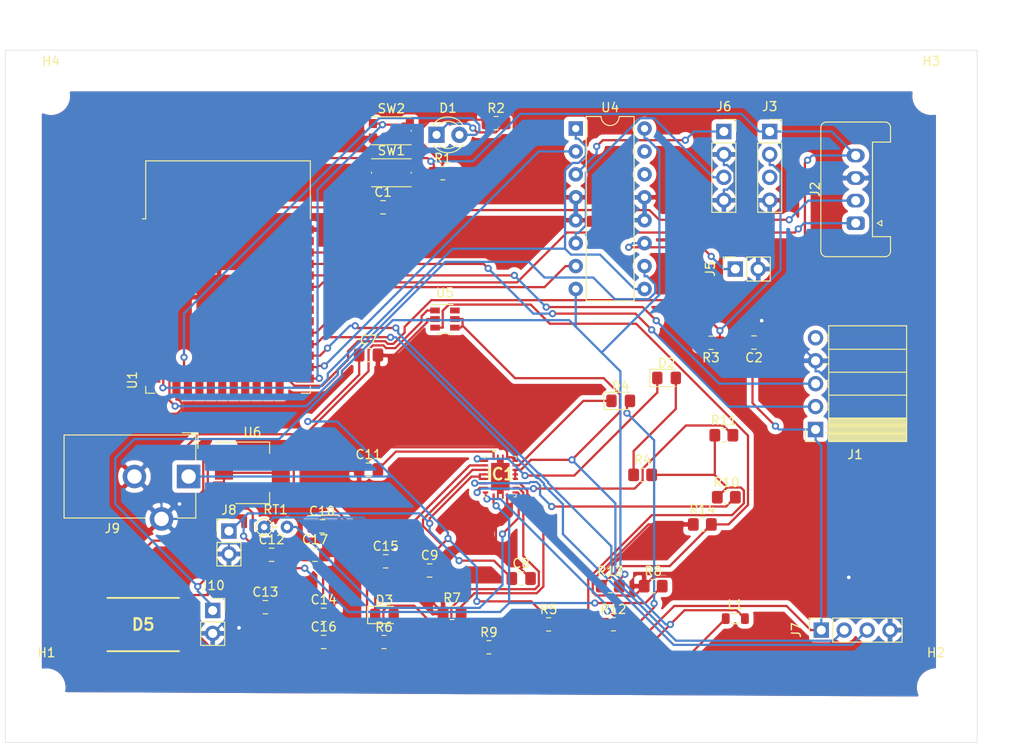
<source format=kicad_pcb>
(kicad_pcb (version 20171130) (host pcbnew 5.1.12-84ad8e8a86~92~ubuntu20.04.1)
  (layers (0 F.Cu signal) (31 B.Cu signal) (34 B.Paste user) (35 F.Paste user) (36 B.SilkS user) (37 F.SilkS user) (38 B.Mask user) (39 F.Mask user) (44 Edge.Cuts user))
  (net 0 "")
  (net 1 GND)
  (net 2 "Net-(C1-Pad1)")
  (net 3 /CargadorBateria/3V3)
  (net 4 /CargadorBateria/12V)
  (net 5 /CargadorBateria/BAT)
  (net 6 "Net-(C10-Pad1)")
  (net 7 "Net-(C11-Pad2)")
  (net 8 /CargadorBateria/ISET1)
  (net 9 /CargadorBateria/OUTCHG)
  (net 10 /Actuadores/5V)
  (net 11 "Net-(D1-Pad1)")
  (net 12 "Net-(D1-Pad2)")
  (net 13 "Net-(D2-Pad1)")
  (net 14 "Net-(D2-Pad2)")
  (net 15 "Net-(D3-Pad2)")
  (net 16 "Net-(D3-Pad1)")
  (net 17 "Net-(D4-Pad1)")
  (net 18 "Net-(D4-Pad2)")
  (net 19 "Net-(D5-Pad2)")
  (net 20 /CargadorBateria/ISET2)
  (net 21 /CargadorBateria/MODE)
  (net 22 /CargadorBateria/CE)
  (net 23 "Net-(IC1-Pad12)")
  (net 24 "Net-(IC1-Pad14)")
  (net 25 "Net-(IC1-Pad21)")
  (net 26 "Net-(IC1-Pad22)")
  (net 27 "Net-(IC1-Pad23)")
  (net 28 "Net-(IC1-Pad24)")
  (net 29 "Net-(IC1-Pad25)")
  (net 30 "Net-(IC1-Pad26)")
  (net 31 "Net-(IC1-Pad27)")
  (net 32 /Esp_32/Tx)
  (net 33 /Esp_32/Rx)
  (net 34 5V)
  (net 35 /Esp_32/Sda)
  (net 36 /Esp_32/Scl)
  (net 37 /Esp_32/IODHT11)
  (net 38 "Net-(J3-Pad3)")
  (net 39 "Net-(J5-Pad1)")
  (net 40 "Net-(J6-Pad3)")
  (net 41 "Net-(J6-Pad1)")
  (net 42 /Esp_32/RXD1GPS)
  (net 43 /Esp_32/TXD1GPS)
  (net 44 "Net-(R13-Pad1)")
  (net 45 "Net-(SW2-Pad1)")
  (net 46 "Net-(U1-Pad4)")
  (net 47 "Net-(U1-Pad5)")
  (net 48 "Net-(U1-Pad6)")
  (net 49 "Net-(U1-Pad7)")
  (net 50 "Net-(U1-Pad8)")
  (net 51 "Net-(U1-Pad9)")
  (net 52 "Net-(U1-Pad10)")
  (net 53 "Net-(U1-Pad11)")
  (net 54 "Net-(U1-Pad12)")
  (net 55 /Actuadores/ReleBombilla)
  (net 56 /Actuadores/Enable_Ventilador_Microbomba)
  (net 57 "Net-(U1-Pad17)")
  (net 58 "Net-(U1-Pad18)")
  (net 59 "Net-(U1-Pad19)")
  (net 60 "Net-(U1-Pad20)")
  (net 61 "Net-(U1-Pad21)")
  (net 62 "Net-(U1-Pad22)")
  (net 63 /Actuadores/Ventilador)
  (net 64 /Actuadores/Microbomba)
  (net 65 "Net-(U1-Pad30)")
  (net 66 "Net-(U1-Pad31)")
  (net 67 "Net-(U1-Pad32)")
  (net 68 "Net-(U1-Pad37)")
  (net 69 "Net-(U4-Pad14)")
  (net 70 "Net-(U4-Pad15)")
  (net 71 "Net-(U5-Pad6)")
  (net 72 "Net-(U1-Pad23)")
  (module Capacitor_SMD:C_0805_2012Metric_Pad1.18x1.45mm_HandSolder (layer F.Cu) (at 108.925 89.045)
    (fp_text reference C1 (at 0 -1.68) (layer F.SilkS))
    (fp_text value 0.1uF)
    (pad 2 smd roundrect (at 1.0375 0) (size 1.175 1.45) (layers F.Cu F.Paste F.Mask) (roundrect_rratio 0.212766) (net 1 GND))
    (pad 1 smd roundrect (at -1.0375 0) (size 1.175 1.45) (layers F.Cu F.Paste F.Mask) (roundrect_rratio 0.212766) (net 2 "Net-(C1-Pad1)"))
  )
  (module Capacitor_SMD:C_0805_2012Metric_Pad1.18x1.45mm_HandSolder (layer F.Cu) (at 150.03 104.025 180)
    (fp_text reference C2 (at 0 -1.68) (layer F.SilkS))
    (fp_text value 100nF)
    (pad 2 smd roundrect (at 1.0375 0 180) (size 1.175 1.45) (layers F.Cu F.Paste F.Mask) (roundrect_rratio 0.212766) (net 1 GND))
    (pad 1 smd roundrect (at -1.0375 0 180) (size 1.175 1.45) (layers F.Cu F.Paste F.Mask) (roundrect_rratio 0.212766) (net 3 /CargadorBateria/3V3))
  )
  (module Capacitor_SMD:C_0805_2012Metric_Pad1.18x1.45mm_HandSolder (layer F.Cu) (at 107.315 105.41)
    (fp_text reference C7 (at 0 -1.68) (layer F.SilkS))
    (fp_text value 0.1uF)
    (pad 1 smd roundrect (at -1.0375 0) (size 1.175 1.45) (layers F.Cu F.Paste F.Mask) (roundrect_rratio 0.212766) (net 4 /CargadorBateria/12V))
    (pad 2 smd roundrect (at 1.0375 0) (size 1.175 1.45) (layers F.Cu F.Paste F.Mask) (roundrect_rratio 0.212766) (net 1 GND))
  )
  (module Capacitor_SMD:C_0805_2012Metric_Pad1.18x1.45mm_HandSolder (layer F.Cu) (at 124.228 130.175)
    (fp_text reference C8 (at 0 -1.68) (layer F.SilkS))
    (fp_text value 33uF)
    (pad 1 smd roundrect (at -1.0375 0) (size 1.175 1.45) (layers F.Cu F.Paste F.Mask) (roundrect_rratio 0.212766) (net 5 /CargadorBateria/BAT))
    (pad 2 smd roundrect (at 1.0375 0) (size 1.175 1.45) (layers F.Cu F.Paste F.Mask) (roundrect_rratio 0.212766) (net 1 GND))
  )
  (module Capacitor_SMD:C_0805_2012Metric_Pad1.18x1.45mm_HandSolder (layer F.Cu) (at 114.085 129.285)
    (fp_text reference C9 (at 0 -1.68) (layer F.SilkS))
    (fp_text value 10uF)
    (pad 1 smd roundrect (at -1.0375 0) (size 1.175 1.45) (layers F.Cu F.Paste F.Mask) (roundrect_rratio 0.212766) (net 4 /CargadorBateria/12V))
    (pad 2 smd roundrect (at 1.0375 0) (size 1.175 1.45) (layers F.Cu F.Paste F.Mask) (roundrect_rratio 0.212766) (net 1 GND))
  )
  (module Capacitor_SMD:C_0805_2012Metric_Pad1.18x1.45mm_HandSolder (layer F.Cu) (at 102.165 124.395)
    (fp_text reference C10 (at 0 -1.68) (layer F.SilkS))
    (fp_text value 10nF)
    (pad 1 smd roundrect (at -1.0375 0) (size 1.175 1.45) (layers F.Cu F.Paste F.Mask) (roundrect_rratio 0.212766) (net 6 "Net-(C10-Pad1)"))
    (pad 2 smd roundrect (at 1.0375 0) (size 1.175 1.45) (layers F.Cu F.Paste F.Mask) (roundrect_rratio 0.212766) (net 1 GND))
  )
  (module Capacitor_SMD:C_0805_2012Metric_Pad1.18x1.45mm_HandSolder (layer F.Cu) (at 107.315 118.11)
    (fp_text reference C11 (at 0 -1.68) (layer F.SilkS))
    (fp_text value 0.1uF)
    (pad 1 smd roundrect (at -1.0375 0) (size 1.175 1.45) (layers F.Cu F.Paste F.Mask) (roundrect_rratio 0.212766) (net 1 GND))
    (pad 2 smd roundrect (at 1.0375 0) (size 1.175 1.45) (layers F.Cu F.Paste F.Mask) (roundrect_rratio 0.212766) (net 7 "Net-(C11-Pad2)"))
  )
  (module Capacitor_SMD:C_0805_2012Metric_Pad1.18x1.45mm_HandSolder (layer F.Cu) (at 96.575 127.545)
    (fp_text reference C12 (at 0 -1.68) (layer F.SilkS))
    (fp_text value 0.22uF)
    (pad 2 smd roundrect (at 1.0375 0) (size 1.175 1.45) (layers F.Cu F.Paste F.Mask) (roundrect_rratio 0.212766) (net 8 /CargadorBateria/ISET1))
    (pad 1 smd roundrect (at -1.0375 0) (size 1.175 1.45) (layers F.Cu F.Paste F.Mask) (roundrect_rratio 0.212766) (net 5 /CargadorBateria/BAT))
  )
  (module Capacitor_SMD:C_0805_2012Metric_Pad1.18x1.45mm_HandSolder (layer F.Cu) (at 95.885 133.35)
    (fp_text reference C13 (at 0 -1.68) (layer F.SilkS))
    (fp_text value 0.1uF)
    (pad 2 smd roundrect (at 1.0375 0) (size 1.175 1.45) (layers F.Cu F.Paste F.Mask) (roundrect_rratio 0.212766) (net 1 GND))
    (pad 1 smd roundrect (at -1.0375 0) (size 1.175 1.45) (layers F.Cu F.Paste F.Mask) (roundrect_rratio 0.212766) (net 9 /CargadorBateria/OUTCHG))
  )
  (module Capacitor_SMD:C_0805_2012Metric_Pad1.18x1.45mm_HandSolder (layer F.Cu) (at 102.345 134.2)
    (fp_text reference C14 (at 0 -1.68) (layer F.SilkS))
    (fp_text value 22uF)
    (pad 2 smd roundrect (at 1.0375 0) (size 1.175 1.45) (layers F.Cu F.Paste F.Mask) (roundrect_rratio 0.212766) (net 1 GND))
    (pad 1 smd roundrect (at -1.0375 0) (size 1.175 1.45) (layers F.Cu F.Paste F.Mask) (roundrect_rratio 0.212766) (net 9 /CargadorBateria/OUTCHG))
  )
  (module Capacitor_SMD:C_0805_2012Metric_Pad1.18x1.45mm_HandSolder (layer F.Cu) (at 109.22 128.27)
    (fp_text reference C15 (at 0 -1.68) (layer F.SilkS))
    (fp_text value 22uF)
    (pad 1 smd roundrect (at -1.0375 0) (size 1.175 1.45) (layers F.Cu F.Paste F.Mask) (roundrect_rratio 0.212766) (net 10 /Actuadores/5V))
    (pad 2 smd roundrect (at 1.0375 0) (size 1.175 1.45) (layers F.Cu F.Paste F.Mask) (roundrect_rratio 0.212766) (net 1 GND))
  )
  (module Capacitor_SMD:C_0805_2012Metric_Pad1.18x1.45mm_HandSolder (layer F.Cu) (at 102.345 137.21)
    (fp_text reference C16 (at 0 -1.68) (layer F.SilkS))
    (fp_text value 10uF)
    (pad 2 smd roundrect (at 1.0375 0) (size 1.175 1.45) (layers F.Cu F.Paste F.Mask) (roundrect_rratio 0.212766) (net 1 GND))
    (pad 1 smd roundrect (at -1.0375 0) (size 1.175 1.45) (layers F.Cu F.Paste F.Mask) (roundrect_rratio 0.212766) (net 3 /CargadorBateria/3V3))
  )
  (module Capacitor_SMD:C_0805_2012Metric_Pad1.18x1.45mm_HandSolder (layer F.Cu) (at 101.385 127.545)
    (fp_text reference C17 (at 0 -1.68) (layer F.SilkS))
    (fp_text value 0.1uF)
    (pad 1 smd roundrect (at -1.0375 0) (size 1.175 1.45) (layers F.Cu F.Paste F.Mask) (roundrect_rratio 0.212766) (net 3 /CargadorBateria/3V3))
    (pad 2 smd roundrect (at 1.0375 0) (size 1.175 1.45) (layers F.Cu F.Paste F.Mask) (roundrect_rratio 0.212766) (net 1 GND))
  )
  (module LED_THT:LED_D3.0mm (layer F.Cu) (at 114.845 81.015)
    (fp_text reference D1 (at 1.27 -2.96) (layer F.SilkS))
    (fp_text value LED)
    (pad 1 thru_hole rect (at 0 0) (size 1.8 1.8) (drill 0.9) (layers *.Cu *.Mask) (net 11 "Net-(D1-Pad1)"))
    (pad 2 thru_hole circle (at 2.54 0) (size 1.8 1.8) (drill 0.9) (layers *.Cu *.Mask) (net 12 "Net-(D1-Pad2)"))
  )
  (module LED_SMD:LED_0805_2012Metric_Pad1.15x1.40mm_HandSolder (layer F.Cu) (at 140.335 107.95)
    (fp_text reference D2 (at 0 -1.65) (layer F.SilkS))
    (fp_text value LED)
    (pad 1 smd roundrect (at -1.025 0) (size 1.15 1.4) (layers F.Cu F.Paste F.Mask) (roundrect_rratio 0.217391) (net 13 "Net-(D2-Pad1)"))
    (pad 2 smd roundrect (at 1.025 0) (size 1.15 1.4) (layers F.Cu F.Paste F.Mask) (roundrect_rratio 0.217391) (net 14 "Net-(D2-Pad2)"))
  )
  (module LED_SMD:LED_0805_2012Metric_Pad1.15x1.40mm_HandSolder (layer F.Cu) (at 109.075 134.215)
    (fp_text reference D3 (at 0 -1.65) (layer F.SilkS))
    (fp_text value LED)
    (pad 2 smd roundrect (at 1.025 0) (size 1.15 1.4) (layers F.Cu F.Paste F.Mask) (roundrect_rratio 0.217391) (net 15 "Net-(D3-Pad2)"))
    (pad 1 smd roundrect (at -1.025 0) (size 1.15 1.4) (layers F.Cu F.Paste F.Mask) (roundrect_rratio 0.217391) (net 16 "Net-(D3-Pad1)"))
  )
  (module LED_SMD:LED_0805_2012Metric_Pad1.15x1.40mm_HandSolder (layer F.Cu) (at 135.255 110.49)
    (fp_text reference D4 (at 0 -1.65) (layer F.SilkS))
    (fp_text value LED)
    (pad 1 smd roundrect (at -1.025 0) (size 1.15 1.4) (layers F.Cu F.Paste F.Mask) (roundrect_rratio 0.217391) (net 17 "Net-(D4-Pad1)"))
    (pad 2 smd roundrect (at 1.025 0) (size 1.15 1.4) (layers F.Cu F.Paste F.Mask) (roundrect_rratio 0.217391) (net 18 "Net-(D4-Pad2)"))
  )
  (module SS34:DIONM7959X262N (layer F.Cu) (at 82.345 135.275)
    (fp_text reference D5 (at 0 0) (layer F.SilkS) (effects (font (size 1.27 1.27) (thickness 0.254))))
    (fp_text value SS34 hide)
    (pad 1 smd rect (at -3.5 0) (size 2.2 3.15) (layers F.Cu F.Paste F.Mask) (net 10 /Actuadores/5V))
    (pad 2 smd rect (at 3.5 0) (size 2.2 3.15) (layers F.Cu F.Paste F.Mask) (net 19 "Net-(D5-Pad2)"))
  )
  (module BQ24070RHLR:BQ24032ARHLR (layer F.Cu) (at 121.92 118.89)
    (fp_text reference IC1 (at 0 -0.275) (layer F.SilkS) (effects (font (size 1.27 1.27) (thickness 0.254))))
    (fp_text value BQ24070RHLR hide)
    (pad 1 smd rect (at -0.75 -2.15) (size 0.24 0.6) (layers F.Cu F.Paste F.Mask) (net 7 "Net-(C11-Pad2)"))
    (pad 2 smd rect (at -1.65 -1.75 90) (size 0.24 0.6) (layers F.Cu F.Paste F.Mask) (net 13 "Net-(D2-Pad1)"))
    (pad 3 smd rect (at -1.65 -1.25 90) (size 0.24 0.6) (layers F.Cu F.Paste F.Mask) (net 16 "Net-(D3-Pad1)"))
    (pad 4 smd rect (at -1.65 -0.75 90) (size 0.24 0.6) (layers F.Cu F.Paste F.Mask) (net 4 /CargadorBateria/12V))
    (pad 5 smd rect (at -1.65 -0.25 90) (size 0.24 0.6) (layers F.Cu F.Paste F.Mask) (net 5 /CargadorBateria/BAT))
    (pad 6 smd rect (at -1.65 0.25 90) (size 0.24 0.6) (layers F.Cu F.Paste F.Mask) (net 5 /CargadorBateria/BAT))
    (pad 7 smd rect (at -1.65 0.75 90) (size 0.24 0.6) (layers F.Cu F.Paste F.Mask) (net 20 /CargadorBateria/ISET2))
    (pad 8 smd rect (at -1.65 1.25 90) (size 0.24 0.6) (layers F.Cu F.Paste F.Mask) (net 21 /CargadorBateria/MODE))
    (pad 9 smd rect (at -1.65 1.75 90) (size 0.24 0.6) (layers F.Cu F.Paste F.Mask) (net 22 /CargadorBateria/CE))
    (pad 10 smd rect (at -0.75 2.15) (size 0.24 0.6) (layers F.Cu F.Paste F.Mask) (net 8 /CargadorBateria/ISET1))
    (pad 11 smd rect (at 0.75 2.15) (size 0.24 0.6) (layers F.Cu F.Paste F.Mask) (net 1 GND))
    (pad 12 smd rect (at 1.65 1.75 90) (size 0.24 0.6) (layers F.Cu F.Paste F.Mask) (net 23 "Net-(IC1-Pad12)"))
    (pad 13 smd rect (at 1.65 1.25 90) (size 0.24 0.6) (layers F.Cu F.Paste F.Mask) (net 6 "Net-(C10-Pad1)"))
    (pad 14 smd rect (at 1.65 0.75 90) (size 0.24 0.6) (layers F.Cu F.Paste F.Mask) (net 24 "Net-(IC1-Pad14)"))
    (pad 15 smd rect (at 1.65 0.25 90) (size 0.24 0.6) (layers F.Cu F.Paste F.Mask) (net 9 /CargadorBateria/OUTCHG))
    (pad 16 smd rect (at 1.65 -0.25 90) (size 0.24 0.6) (layers F.Cu F.Paste F.Mask) (net 9 /CargadorBateria/OUTCHG))
    (pad 17 smd rect (at 1.65 -0.75 90) (size 0.24 0.6) (layers F.Cu F.Paste F.Mask) (net 9 /CargadorBateria/OUTCHG))
    (pad 18 smd rect (at 1.65 -1.25 90) (size 0.24 0.6) (layers F.Cu F.Paste F.Mask) (net 17 "Net-(D4-Pad1)"))
    (pad 19 smd rect (at 1.65 -1.75 90) (size 0.24 0.6) (layers F.Cu F.Paste F.Mask) (net 1 GND))
    (pad 20 smd rect (at 0.75 -2.15) (size 0.24 0.6) (layers F.Cu F.Paste F.Mask) (net 1 GND))
    (pad 21 smd rect (at 0 0) (size 2.05 3.05) (layers F.Cu F.Paste F.Mask) (net 25 "Net-(IC1-Pad21)"))
    (pad 22 smd rect (at 0 -1.725 90) (size 0.4 0.75) (layers F.Cu F.Paste F.Mask) (net 26 "Net-(IC1-Pad22)"))
    (pad 23 smd rect (at 0 1.725 90) (size 0.4 0.75) (layers F.Cu F.Paste F.Mask) (net 27 "Net-(IC1-Pad23)"))
    (pad 24 smd rect (at -0.275 -2.189) (size 0.2 0.525) (layers F.Cu F.Paste F.Mask) (net 28 "Net-(IC1-Pad24)"))
    (pad 25 smd rect (at 0.275 -2.189) (size 0.2 0.525) (layers F.Cu F.Paste F.Mask) (net 29 "Net-(IC1-Pad25)"))
    (pad 26 smd rect (at -0.275 2.189) (size 0.2 0.525) (layers F.Cu F.Paste F.Mask) (net 30 "Net-(IC1-Pad26)"))
    (pad 27 smd rect (at 0.275 2.189) (size 0.2 0.525) (layers F.Cu F.Paste F.Mask) (net 31 "Net-(IC1-Pad27)"))
  )
  (module Connector_PinSocket_2.54mm:PinSocket_1x05_P2.54mm_Horizontal (layer F.Cu) (at 156.845 113.665 180)
    (fp_text reference J1 (at -4.38 -2.77) (layer F.SilkS))
    (fp_text value Conn_USB)
    (pad 1 thru_hole rect (at 0 0 180) (size 1.7 1.7) (drill 1) (layers *.Cu *.Mask) (net 3 /CargadorBateria/3V3))
    (pad 2 thru_hole oval (at 0 2.54 180) (size 1.7 1.7) (drill 1) (layers *.Cu *.Mask) (net 32 /Esp_32/Tx))
    (pad 3 thru_hole oval (at 0 5.08 180) (size 1.7 1.7) (drill 1) (layers *.Cu *.Mask) (net 33 /Esp_32/Rx))
    (pad 4 thru_hole oval (at 0 7.62 180) (size 1.7 1.7) (drill 1) (layers *.Cu *.Mask) (net 1 GND))
    (pad 5 thru_hole oval (at 0 10.16 180) (size 1.7 1.7) (drill 1) (layers *.Cu *.Mask) (net 34 5V))
  )
  (module Connector_Stocko:Stocko_MKS_1654-6-0-404_1x4_P2.50mm_Vertical (layer F.Cu) (at 161.29 90.805 90)
    (fp_text reference J2 (at 3.75 -4.5 90) (layer F.SilkS))
    (fp_text value Conn_PANTALLA)
    (pad 1 thru_hole roundrect (at 0 0 90) (size 1.5 2) (drill 1) (layers *.Cu *.Mask) (net 35 /Esp_32/Sda))
    (pad 2 thru_hole oval (at 2.5 0 90) (size 1.5 2) (drill 1) (layers *.Cu *.Mask) (net 36 /Esp_32/Scl))
    (pad 3 thru_hole oval (at 5 0 90) (size 1.5 2) (drill 1) (layers *.Cu *.Mask) (net 1 GND))
    (pad 4 thru_hole oval (at 7.5 0 90) (size 1.5 2) (drill 1) (layers *.Cu *.Mask) (net 3 /CargadorBateria/3V3))
  )
  (module Connector_PinSocket_2.54mm:PinSocket_1x04_P2.54mm_Vertical (layer F.Cu) (at 151.765 80.645)
    (fp_text reference J3 (at 0 -2.77) (layer F.SilkS))
    (fp_text value Conn_DHT11)
    (pad 1 thru_hole rect (at 0 0) (size 1.7 1.7) (drill 1) (layers *.Cu *.Mask) (net 3 /CargadorBateria/3V3))
    (pad 2 thru_hole oval (at 0 2.54) (size 1.7 1.7) (drill 1) (layers *.Cu *.Mask) (net 37 /Esp_32/IODHT11))
    (pad 3 thru_hole oval (at 0 5.08) (size 1.7 1.7) (drill 1) (layers *.Cu *.Mask) (net 38 "Net-(J3-Pad3)"))
    (pad 4 thru_hole oval (at 0 7.62) (size 1.7 1.7) (drill 1) (layers *.Cu *.Mask) (net 1 GND))
  )
  (module Connector_PinSocket_2.54mm:PinSocket_1x02_P2.54mm_Vertical (layer F.Cu) (at 147.955 95.885 90)
    (fp_text reference J5 (at 0 -2.77 90) (layer F.SilkS))
    (fp_text value Conn_ReleBombilla)
    (pad 1 thru_hole rect (at 0 0 90) (size 1.7 1.7) (drill 1) (layers *.Cu *.Mask) (net 39 "Net-(J5-Pad1)"))
    (pad 2 thru_hole oval (at 0 2.54 90) (size 1.7 1.7) (drill 1) (layers *.Cu *.Mask) (net 1 GND))
  )
  (module Connector_PinSocket_2.54mm:PinSocket_1x04_P2.54mm_Vertical (layer F.Cu) (at 146.685 80.645)
    (fp_text reference J6 (at 0 -2.77) (layer F.SilkS))
    (fp_text value Conn_Ventilador_Microbomba)
    (pad 4 thru_hole oval (at 0 7.62) (size 1.7 1.7) (drill 1) (layers *.Cu *.Mask) (net 1 GND))
    (pad 3 thru_hole oval (at 0 5.08) (size 1.7 1.7) (drill 1) (layers *.Cu *.Mask) (net 40 "Net-(J6-Pad3)"))
    (pad 2 thru_hole oval (at 0 2.54) (size 1.7 1.7) (drill 1) (layers *.Cu *.Mask) (net 1 GND))
    (pad 1 thru_hole rect (at 0 0) (size 1.7 1.7) (drill 1) (layers *.Cu *.Mask) (net 41 "Net-(J6-Pad1)"))
  )
  (module Connector_PinSocket_2.54mm:PinSocket_1x04_P2.54mm_Vertical (layer F.Cu) (at 157.48 135.89 90)
    (fp_text reference J7 (at 0 -2.77 90) (layer F.SilkS))
    (fp_text value Conn_GPS)
    (pad 1 thru_hole rect (at 0 0 90) (size 1.7 1.7) (drill 1) (layers *.Cu *.Mask) (net 3 /CargadorBateria/3V3))
    (pad 2 thru_hole oval (at 0 2.54 90) (size 1.7 1.7) (drill 1) (layers *.Cu *.Mask) (net 42 /Esp_32/RXD1GPS))
    (pad 3 thru_hole oval (at 0 5.08 90) (size 1.7 1.7) (drill 1) (layers *.Cu *.Mask) (net 43 /Esp_32/TXD1GPS))
    (pad 4 thru_hole oval (at 0 7.62 90) (size 1.7 1.7) (drill 1) (layers *.Cu *.Mask) (net 1 GND))
  )
  (module Connector_PinHeader_2.54mm:PinHeader_1x02_P2.54mm_Vertical (layer F.Cu) (at 91.845 124.915)
    (fp_text reference J8 (at 0 -2.33) (layer F.SilkS))
    (fp_text value Conn_01x02_Male)
    (pad 1 thru_hole rect (at 0 0) (size 1.7 1.7) (drill 1) (layers *.Cu *.Mask) (net 5 /CargadorBateria/BAT))
    (pad 2 thru_hole oval (at 0 2.54) (size 1.7 1.7) (drill 1) (layers *.Cu *.Mask) (net 1 GND))
  )
  (module Connector_BarrelJack:BarrelJack_CUI_PJ-102AH_Horizontal (layer F.Cu) (at 87.376 118.872 270)
    (fp_text reference J9 (at 5.75 8.45) (layer F.SilkS))
    (fp_text value Barrel_Jack_Switch)
    (pad 1 thru_hole rect (at 0 0 270) (size 2.6 2.6) (drill 1.6) (layers *.Cu *.Mask) (net 4 /CargadorBateria/12V))
    (pad 2 thru_hole circle (at 0 6 270) (size 2.6 2.6) (drill 1.6) (layers *.Cu *.Mask) (net 1 GND))
    (pad 3 thru_hole circle (at 4.7 3 270) (size 2.6 2.6) (drill 1.6) (layers *.Cu *.Mask) (net 1 GND))
  )
  (module Connector_PinSocket_2.54mm:PinSocket_1x02_P2.54mm_Vertical (layer F.Cu) (at 90.045 133.715)
    (fp_text reference J10 (at 0 -2.77) (layer F.SilkS))
    (fp_text value Conn_01x02_Female)
    (pad 2 thru_hole oval (at 0 2.54) (size 1.7 1.7) (drill 1) (layers *.Cu *.Mask) (net 1 GND))
    (pad 1 thru_hole rect (at 0 0) (size 1.7 1.7) (drill 1) (layers *.Cu *.Mask) (net 10 /Actuadores/5V))
  )
  (module Inductor_SMD:L_0805_2012Metric (layer F.Cu) (at 147.955 134.62)
    (fp_text reference L1 (at 0 -1.55) (layer F.SilkS))
    (fp_text value 22uH)
    (pad 1 smd roundrect (at -1.0625 0) (size 0.875 1.2) (layers F.Cu F.Paste F.Mask) (net 19 "Net-(D5-Pad2)"))
    (pad 2 smd roundrect (at 1.0625 0) (size 0.875 1.2) (layers F.Cu F.Paste F.Mask) (net 9 /CargadorBateria/OUTCHG))
  )
  (module Resistor_SMD:R_0805_2012Metric_Pad1.20x1.40mm_HandSolder (layer F.Cu) (at 115.545 85.265)
    (fp_text reference R1 (at 0 -1.65) (layer F.SilkS))
    (fp_text value 10K)
    (pad 1 smd roundrect (at -1 0) (size 1.2 1.4) (layers F.Cu F.Paste F.Mask) (roundrect_rratio 0.208333) (net 3 /CargadorBateria/3V3))
    (pad 2 smd roundrect (at 1 0) (size 1.2 1.4) (layers F.Cu F.Paste F.Mask) (roundrect_rratio 0.208333) (net 2 "Net-(C1-Pad1)"))
  )
  (module Resistor_SMD:R_0805_2012Metric_Pad1.20x1.40mm_HandSolder (layer F.Cu) (at 121.445 79.715)
    (fp_text reference R2 (at 0 -1.65) (layer F.SilkS))
    (fp_text value R)
    (pad 2 smd roundrect (at 1 0) (size 1.2 1.4) (layers F.Cu F.Paste F.Mask) (roundrect_rratio 0.208333) (net 11 "Net-(D1-Pad1)"))
    (pad 1 smd roundrect (at -1 0) (size 1.2 1.4) (layers F.Cu F.Paste F.Mask) (roundrect_rratio 0.208333) (net 1 GND))
  )
  (module Resistor_SMD:R_0805_2012Metric_Pad1.20x1.40mm_HandSolder (layer F.Cu) (at 145.25 104.055 180)
    (fp_text reference R3 (at 0 -1.65) (layer F.SilkS))
    (fp_text value 5K)
    (pad 2 smd roundrect (at 1 0 180) (size 1.2 1.4) (layers F.Cu F.Paste F.Mask) (roundrect_rratio 0.208333) (net 3 /CargadorBateria/3V3))
    (pad 1 smd roundrect (at -1 0 180) (size 1.2 1.4) (layers F.Cu F.Paste F.Mask) (roundrect_rratio 0.208333) (net 37 /Esp_32/IODHT11))
  )
  (module Resistor_SMD:R_0805_2012Metric_Pad1.20x1.40mm_HandSolder (layer F.Cu) (at 137.685 118.69)
    (fp_text reference R4 (at 0 -1.65) (layer F.SilkS))
    (fp_text value 2K)
    (pad 1 smd roundrect (at -1 0) (size 1.2 1.4) (layers F.Cu F.Paste F.Mask) (roundrect_rratio 0.208333) (net 14 "Net-(D2-Pad2)"))
    (pad 2 smd roundrect (at 1 0) (size 1.2 1.4) (layers F.Cu F.Paste F.Mask) (roundrect_rratio 0.208333) (net 4 /CargadorBateria/12V))
  )
  (module Resistor_SMD:R_0805_2012Metric_Pad1.20x1.40mm_HandSolder (layer F.Cu) (at 127.27 135.255)
    (fp_text reference R5 (at 0 -1.65) (layer F.SilkS))
    (fp_text value 2K)
    (pad 2 smd roundrect (at 1 0) (size 1.2 1.4) (layers F.Cu F.Paste F.Mask) (roundrect_rratio 0.208333) (net 4 /CargadorBateria/12V))
    (pad 1 smd roundrect (at -1 0) (size 1.2 1.4) (layers F.Cu F.Paste F.Mask) (roundrect_rratio 0.208333) (net 15 "Net-(D3-Pad2)"))
  )
  (module Resistor_SMD:R_0805_2012Metric_Pad1.20x1.40mm_HandSolder (layer F.Cu) (at 109.03 137.21)
    (fp_text reference R6 (at 0 -1.65) (layer F.SilkS))
    (fp_text value 38K)
    (pad 1 smd roundrect (at -1 0) (size 1.2 1.4) (layers F.Cu F.Paste F.Mask) (roundrect_rratio 0.208333) (net 1 GND))
    (pad 2 smd roundrect (at 1 0) (size 1.2 1.4) (layers F.Cu F.Paste F.Mask) (roundrect_rratio 0.208333) (net 6 "Net-(C10-Pad1)"))
  )
  (module Resistor_SMD:R_0805_2012Metric_Pad1.20x1.40mm_HandSolder (layer F.Cu) (at 116.57 133.985)
    (fp_text reference R7 (at 0 -1.65) (layer F.SilkS))
    (fp_text value 60K)
    (pad 2 smd roundrect (at 1 0) (size 1.2 1.4) (layers F.Cu F.Paste F.Mask) (roundrect_rratio 0.208333) (net 24 "Net-(IC1-Pad14)"))
    (pad 1 smd roundrect (at -1 0) (size 1.2 1.4) (layers F.Cu F.Paste F.Mask) (roundrect_rratio 0.208333) (net 1 GND))
  )
  (module Resistor_SMD:R_0805_2012Metric_Pad1.20x1.40mm_HandSolder (layer F.Cu) (at 138.855 131.02)
    (fp_text reference R8 (at 0 -1.65) (layer F.SilkS))
    (fp_text value 1K)
    (pad 1 smd roundrect (at -1 0) (size 1.2 1.4) (layers F.Cu F.Paste F.Mask) (roundrect_rratio 0.208333) (net 1 GND))
    (pad 2 smd roundrect (at 1 0) (size 1.2 1.4) (layers F.Cu F.Paste F.Mask) (roundrect_rratio 0.208333) (net 8 /CargadorBateria/ISET1))
  )
  (module Resistor_SMD:R_0805_2012Metric_Pad1.20x1.40mm_HandSolder (layer F.Cu) (at 120.65 137.795)
    (fp_text reference R9 (at 0 -1.65) (layer F.SilkS))
    (fp_text value 2K)
    (pad 1 smd roundrect (at -1 0) (size 1.2 1.4) (layers F.Cu F.Paste F.Mask) (roundrect_rratio 0.208333) (net 4 /CargadorBateria/12V))
    (pad 2 smd roundrect (at 1 0) (size 1.2 1.4) (layers F.Cu F.Paste F.Mask) (roundrect_rratio 0.208333) (net 18 "Net-(D4-Pad2)"))
  )
  (module Resistor_SMD:R_0805_2012Metric_Pad1.20x1.40mm_HandSolder (layer F.Cu) (at 146.96 121.17)
    (fp_text reference R10 (at 0 -1.65) (layer F.SilkS))
    (fp_text value 100K)
    (pad 2 smd roundrect (at 1 0) (size 1.2 1.4) (layers F.Cu F.Paste F.Mask) (roundrect_rratio 0.208333) (net 20 /CargadorBateria/ISET2))
    (pad 1 smd roundrect (at -1 0) (size 1.2 1.4) (layers F.Cu F.Paste F.Mask) (roundrect_rratio 0.208333) (net 4 /CargadorBateria/12V))
  )
  (module Resistor_SMD:R_0805_2012Metric_Pad1.20x1.40mm_HandSolder (layer F.Cu) (at 146.685 114.3)
    (fp_text reference R11 (at 0 -1.65) (layer F.SilkS))
    (fp_text value 100K)
    (pad 1 smd roundrect (at -1 0) (size 1.2 1.4) (layers F.Cu F.Paste F.Mask) (roundrect_rratio 0.208333) (net 4 /CargadorBateria/12V))
    (pad 2 smd roundrect (at 1 0) (size 1.2 1.4) (layers F.Cu F.Paste F.Mask) (roundrect_rratio 0.208333) (net 21 /CargadorBateria/MODE))
  )
  (module Resistor_SMD:R_0805_2012Metric_Pad1.20x1.40mm_HandSolder (layer F.Cu) (at 134.445 135.24)
    (fp_text reference R12 (at 0 -1.65) (layer F.SilkS))
    (fp_text value 100K)
    (pad 2 smd roundrect (at 1 0) (size 1.2 1.4) (layers F.Cu F.Paste F.Mask) (roundrect_rratio 0.208333) (net 22 /CargadorBateria/CE))
    (pad 1 smd roundrect (at -1 0) (size 1.2 1.4) (layers F.Cu F.Paste F.Mask) (roundrect_rratio 0.208333) (net 4 /CargadorBateria/12V))
  )
  (module Resistor_SMD:R_0805_2012Metric_Pad1.20x1.40mm_HandSolder (layer F.Cu) (at 134.105 131.02)
    (fp_text reference R13 (at 0 -1.65) (layer F.SilkS))
    (fp_text value 7.5K)
    (pad 2 smd roundrect (at 1 0) (size 1.2 1.4) (layers F.Cu F.Paste F.Mask) (roundrect_rratio 0.208333) (net 10 /Actuadores/5V))
    (pad 1 smd roundrect (at -1 0) (size 1.2 1.4) (layers F.Cu F.Paste F.Mask) (roundrect_rratio 0.208333) (net 44 "Net-(R13-Pad1)"))
  )
  (module Resistor_SMD:R_0805_2012Metric_Pad1.20x1.40mm_HandSolder (layer F.Cu) (at 144.3 124.18)
    (fp_text reference R14 (at 0 -1.65) (layer F.SilkS))
    (fp_text value 1K)
    (pad 1 smd roundrect (at -1 0) (size 1.2 1.4) (layers F.Cu F.Paste F.Mask) (roundrect_rratio 0.208333) (net 1 GND))
    (pad 2 smd roundrect (at 1 0) (size 1.2 1.4) (layers F.Cu F.Paste F.Mask) (roundrect_rratio 0.208333) (net 44 "Net-(R13-Pad1)"))
  )
  (module Resistor_THT:R_Axial_DIN0204_L3.6mm_D1.6mm_P2.54mm_Vertical (layer F.Cu) (at 95.745 124.465)
    (fp_text reference RT1 (at 1.27 -1.92) (layer F.SilkS))
    (fp_text value 103AT-2)
    (pad 1 thru_hole circle (at 0 0) (size 1.4 1.4) (drill 0.7) (layers *.Cu *.Mask) (net 1 GND))
    (pad 2 thru_hole oval (at 2.54 0) (size 1.4 1.4) (drill 0.7) (layers *.Cu *.Mask) (net 23 "Net-(IC1-Pad12)"))
  )
  (module Button_Switch_SMD:SW_Push_1P1T_NO_CK_KMR2 (layer F.Cu) (at 109.845 85.215)
    (fp_text reference SW1 (at 0 -2.45) (layer F.SilkS))
    (fp_text value SW_EN)
    (pad 1 smd rect (at -2.05 -0.8) (size 0.9 1) (layers F.Cu F.Paste F.Mask) (net 1 GND))
    (pad 2 smd rect (at -2.05 0.8) (size 0.9 1) (layers F.Cu F.Paste F.Mask) (net 2 "Net-(C1-Pad1)"))
    (pad 1 smd rect (at 2.05 -0.8) (size 0.9 1) (layers F.Cu F.Paste F.Mask) (net 1 GND))
    (pad 2 smd rect (at 2.05 0.8) (size 0.9 1) (layers F.Cu F.Paste F.Mask) (net 2 "Net-(C1-Pad1)"))
  )
  (module Button_Switch_SMD:SW_Push_1P1T_NO_CK_KMR2 (layer F.Cu) (at 109.845 80.565)
    (fp_text reference SW2 (at 0 -2.45) (layer F.SilkS))
    (fp_text value "SW_BOOT OPTION")
    (pad 2 smd rect (at 2.05 0.8) (size 0.9 1) (layers F.Cu F.Paste F.Mask) (net 1 GND))
    (pad 1 smd rect (at 2.05 -0.8) (size 0.9 1) (layers F.Cu F.Paste F.Mask) (net 45 "Net-(SW2-Pad1)"))
    (pad 2 smd rect (at -2.05 0.8) (size 0.9 1) (layers F.Cu F.Paste F.Mask) (net 1 GND))
    (pad 1 smd rect (at -2.05 -0.8) (size 0.9 1) (layers F.Cu F.Paste F.Mask) (net 45 "Net-(SW2-Pad1)"))
  )
  (module RF_Module:ESP32-WROOM-32 (layer F.Cu) (at 91.745 99.765)
    (fp_text reference U1 (at -10.61 8.43 90) (layer F.SilkS))
    (fp_text value ESP32-WROOM-32)
    (pad 39 smd rect (at -1 -0.755) (size 5 5) (layers F.Cu F.Paste F.Mask) (net 1 GND))
    (pad 1 smd rect (at -8.5 -8.255) (size 2 0.9) (layers F.Cu F.Paste F.Mask) (net 1 GND))
    (pad 2 smd rect (at -8.5 -6.985) (size 2 0.9) (layers F.Cu F.Paste F.Mask) (net 3 /CargadorBateria/3V3))
    (pad 3 smd rect (at -8.5 -5.715) (size 2 0.9) (layers F.Cu F.Paste F.Mask) (net 2 "Net-(C1-Pad1)"))
    (pad 4 smd rect (at -8.5 -4.445) (size 2 0.9) (layers F.Cu F.Paste F.Mask) (net 46 "Net-(U1-Pad4)"))
    (pad 5 smd rect (at -8.5 -3.175) (size 2 0.9) (layers F.Cu F.Paste F.Mask) (net 47 "Net-(U1-Pad5)"))
    (pad 6 smd rect (at -8.5 -1.905) (size 2 0.9) (layers F.Cu F.Paste F.Mask) (net 48 "Net-(U1-Pad6)"))
    (pad 7 smd rect (at -8.5 -0.635) (size 2 0.9) (layers F.Cu F.Paste F.Mask) (net 49 "Net-(U1-Pad7)"))
    (pad 8 smd rect (at -8.5 0.635) (size 2 0.9) (layers F.Cu F.Paste F.Mask) (net 50 "Net-(U1-Pad8)"))
    (pad 9 smd rect (at -8.5 1.905) (size 2 0.9) (layers F.Cu F.Paste F.Mask) (net 51 "Net-(U1-Pad9)"))
    (pad 10 smd rect (at -8.5 3.175) (size 2 0.9) (layers F.Cu F.Paste F.Mask) (net 52 "Net-(U1-Pad10)"))
    (pad 11 smd rect (at -8.5 4.445) (size 2 0.9) (layers F.Cu F.Paste F.Mask) (net 53 "Net-(U1-Pad11)"))
    (pad 12 smd rect (at -8.5 5.715) (size 2 0.9) (layers F.Cu F.Paste F.Mask) (net 54 "Net-(U1-Pad12)"))
    (pad 13 smd rect (at -8.5 6.985) (size 2 0.9) (layers F.Cu F.Paste F.Mask) (net 55 /Actuadores/ReleBombilla))
    (pad 14 smd rect (at -8.5 8.255) (size 2 0.9) (layers F.Cu F.Paste F.Mask) (net 56 /Actuadores/Enable_Ventilador_Microbomba))
    (pad 15 smd rect (at -5.715 9.255 90) (size 2 0.9) (layers F.Cu F.Paste F.Mask) (net 1 GND))
    (pad 16 smd rect (at -4.445 9.255 90) (size 2 0.9) (layers F.Cu F.Paste F.Mask) (net 12 "Net-(D1-Pad2)"))
    (pad 17 smd rect (at -3.175 9.255 90) (size 2 0.9) (layers F.Cu F.Paste F.Mask) (net 57 "Net-(U1-Pad17)"))
    (pad 18 smd rect (at -1.905 9.255 90) (size 2 0.9) (layers F.Cu F.Paste F.Mask) (net 58 "Net-(U1-Pad18)"))
    (pad 19 smd rect (at -0.635 9.255 90) (size 2 0.9) (layers F.Cu F.Paste F.Mask) (net 59 "Net-(U1-Pad19)"))
    (pad 20 smd rect (at 0.635 9.255 90) (size 2 0.9) (layers F.Cu F.Paste F.Mask) (net 60 "Net-(U1-Pad20)"))
    (pad 21 smd rect (at 1.905 9.255 90) (size 2 0.9) (layers F.Cu F.Paste F.Mask) (net 61 "Net-(U1-Pad21)"))
    (pad 22 smd rect (at 3.175 9.255 90) (size 2 0.9) (layers F.Cu F.Paste F.Mask) (net 62 "Net-(U1-Pad22)"))
    (pad 23 smd rect (at 4.445 9.255 90) (size 2 0.9) (layers F.Cu F.Paste F.Mask) (net 72 "Net-(U1-Pad23)"))
    (pad 24 smd rect (at 5.715 9.255 90) (size 2 0.9) (layers F.Cu F.Paste F.Mask) (net 37 /Esp_32/IODHT11))
    (pad 25 smd rect (at 8.5 8.255) (size 2 0.9) (layers F.Cu F.Paste F.Mask) (net 45 "Net-(SW2-Pad1)"))
    (pad 26 smd rect (at 8.5 6.985) (size 2 0.9) (layers F.Cu F.Paste F.Mask) (net 63 /Actuadores/Ventilador))
    (pad 27 smd rect (at 8.5 5.715) (size 2 0.9) (layers F.Cu F.Paste F.Mask) (net 42 /Esp_32/RXD1GPS))
    (pad 28 smd rect (at 8.5 4.445) (size 2 0.9) (layers F.Cu F.Paste F.Mask) (net 43 /Esp_32/TXD1GPS))
    (pad 29 smd rect (at 8.5 3.175) (size 2 0.9) (layers F.Cu F.Paste F.Mask) (net 64 /Actuadores/Microbomba))
    (pad 30 smd rect (at 8.5 1.905) (size 2 0.9) (layers F.Cu F.Paste F.Mask) (net 65 "Net-(U1-Pad30)"))
    (pad 31 smd rect (at 8.5 0.635) (size 2 0.9) (layers F.Cu F.Paste F.Mask) (net 66 "Net-(U1-Pad31)"))
    (pad 32 smd rect (at 8.5 -0.635) (size 2 0.9) (layers F.Cu F.Paste F.Mask) (net 67 "Net-(U1-Pad32)"))
    (pad 33 smd rect (at 8.5 -1.905) (size 2 0.9) (layers F.Cu F.Paste F.Mask) (net 35 /Esp_32/Sda))
    (pad 34 smd rect (at 8.5 -3.175) (size 2 0.9) (layers F.Cu F.Paste F.Mask) (net 33 /Esp_32/Rx))
    (pad 35 smd rect (at 8.5 -4.445) (size 2 0.9) (layers F.Cu F.Paste F.Mask) (net 32 /Esp_32/Tx))
    (pad 36 smd rect (at 8.5 -5.715) (size 2 0.9) (layers F.Cu F.Paste F.Mask) (net 36 /Esp_32/Scl))
    (pad 37 smd rect (at 8.5 -6.985) (size 2 0.9) (layers F.Cu F.Paste F.Mask) (net 68 "Net-(U1-Pad37)"))
    (pad 38 smd rect (at 8.5 -8.255) (size 2 0.9) (layers F.Cu F.Paste F.Mask) (net 1 GND))
  )
  (module Package_DIP:DIP-16_W7.62mm (layer F.Cu) (at 130.275 80.315)
    (fp_text reference U4 (at 3.81 -2.33) (layer F.SilkS))
    (fp_text value L293D)
    (pad 1 thru_hole rect (at 0 0) (size 1.6 1.6) (drill 0.8) (layers *.Cu *.Mask) (net 56 /Actuadores/Enable_Ventilador_Microbomba))
    (pad 9 thru_hole oval (at 7.62 17.78) (size 1.6 1.6) (drill 0.8) (layers *.Cu *.Mask) (net 56 /Actuadores/Enable_Ventilador_Microbomba))
    (pad 2 thru_hole oval (at 0 2.54) (size 1.6 1.6) (drill 0.8) (layers *.Cu *.Mask) (net 63 /Actuadores/Ventilador))
    (pad 10 thru_hole oval (at 7.62 15.24) (size 1.6 1.6) (drill 0.8) (layers *.Cu *.Mask) (net 55 /Actuadores/ReleBombilla))
    (pad 3 thru_hole oval (at 0 5.08) (size 1.6 1.6) (drill 0.8) (layers *.Cu *.Mask) (net 41 "Net-(J6-Pad1)"))
    (pad 11 thru_hole oval (at 7.62 12.7) (size 1.6 1.6) (drill 0.8) (layers *.Cu *.Mask) (net 39 "Net-(J5-Pad1)"))
    (pad 4 thru_hole oval (at 0 7.62) (size 1.6 1.6) (drill 0.8) (layers *.Cu *.Mask) (net 1 GND))
    (pad 12 thru_hole oval (at 7.62 10.16) (size 1.6 1.6) (drill 0.8) (layers *.Cu *.Mask) (net 1 GND))
    (pad 5 thru_hole oval (at 0 10.16) (size 1.6 1.6) (drill 0.8) (layers *.Cu *.Mask) (net 1 GND))
    (pad 13 thru_hole oval (at 7.62 7.62) (size 1.6 1.6) (drill 0.8) (layers *.Cu *.Mask) (net 1 GND))
    (pad 6 thru_hole oval (at 0 12.7) (size 1.6 1.6) (drill 0.8) (layers *.Cu *.Mask) (net 40 "Net-(J6-Pad3)"))
    (pad 14 thru_hole oval (at 7.62 5.08) (size 1.6 1.6) (drill 0.8) (layers *.Cu *.Mask) (net 69 "Net-(U4-Pad14)"))
    (pad 7 thru_hole oval (at 0 15.24) (size 1.6 1.6) (drill 0.8) (layers *.Cu *.Mask) (net 64 /Actuadores/Microbomba))
    (pad 15 thru_hole oval (at 7.62 2.54) (size 1.6 1.6) (drill 0.8) (layers *.Cu *.Mask) (net 70 "Net-(U4-Pad15)"))
    (pad 8 thru_hole oval (at 0 17.78) (size 1.6 1.6) (drill 0.8) (layers *.Cu *.Mask) (net 10 /Actuadores/5V))
    (pad 16 thru_hole oval (at 7.62 0) (size 1.6 1.6) (drill 0.8) (layers *.Cu *.Mask) (net 10 /Actuadores/5V))
  )
  (module Package_TO_SOT_SMD:SOT-23-6 (layer F.Cu) (at 115.78 101.425)
    (fp_text reference U5 (at 0 -2.9) (layer F.SilkS))
    (fp_text value MT3608)
    (pad 1 smd rect (at -1.1 -0.95) (size 1.06 0.65) (layers F.Cu F.Paste F.Mask) (net 19 "Net-(D5-Pad2)"))
    (pad 2 smd rect (at -1.1 0) (size 1.06 0.65) (layers F.Cu F.Paste F.Mask) (net 1 GND))
    (pad 3 smd rect (at -1.1 0.95) (size 1.06 0.65) (layers F.Cu F.Paste F.Mask) (net 44 "Net-(R13-Pad1)"))
    (pad 4 smd rect (at 1.1 0.95) (size 1.06 0.65) (layers F.Cu F.Paste F.Mask) (net 9 /CargadorBateria/OUTCHG))
    (pad 6 smd rect (at 1.1 -0.95) (size 1.06 0.65) (layers F.Cu F.Paste F.Mask) (net 71 "Net-(U5-Pad6)"))
    (pad 5 smd rect (at 1.1 0) (size 1.06 0.65) (layers F.Cu F.Paste F.Mask) (net 9 /CargadorBateria/OUTCHG))
  )
  (module Package_TO_SOT_SMD:SOT-223-3_TabPin2 (layer F.Cu) (at 94.445 118.465)
    (fp_text reference U6 (at 0 -4.5) (layer F.SilkS))
    (fp_text value AMS1117-3.3)
    (pad 2 smd rect (at 3.15 0) (size 2 3.8) (layers F.Cu F.Paste F.Mask) (net 3 /CargadorBateria/3V3))
    (pad 2 smd rect (at -3.15 0) (size 2 1.5) (layers F.Cu F.Paste F.Mask) (net 3 /CargadorBateria/3V3))
    (pad 3 smd rect (at -3.15 2.3) (size 2 1.5) (layers F.Cu F.Paste F.Mask) (net 10 /Actuadores/5V))
    (pad 1 smd rect (at -3.15 -2.3) (size 2 1.5) (layers F.Cu F.Paste F.Mask) (net 1 GND))
  )
  (module MountingHole:MountingHole_3.2mm_M3_ISO7380 (layer F.Cu) (at 71.628 142.24)
    (fp_text reference H1 (at 0 -3.85) (layer F.SilkS))
    (fp_text value MountingHole)
    (pad 1 np_thru_hole circle (at 0 0) (size 3.2 3.2) (drill 3.2) (layers *.Cu *.Mask))
  )
  (module MountingHole:MountingHole_3.2mm_M3_ISO7380 (layer F.Cu) (at 170.18 142.24)
    (fp_text reference H2 (at 0 -3.85) (layer F.SilkS))
    (fp_text value MountingHole)
    (pad 1 np_thru_hole circle (at 0 0) (size 3.2 3.2) (drill 3.2) (layers *.Cu *.Mask))
  )
  (module MountingHole:MountingHole_3.2mm_M3_ISO7380 (layer F.Cu) (at 169.672 76.708)
    (fp_text reference H3 (at 0 -3.85) (layer F.SilkS))
    (fp_text value MountingHole)
    (pad 1 np_thru_hole circle (at 0 0) (size 3.2 3.2) (drill 3.2) (layers *.Cu *.Mask))
  )
  (module MountingHole:MountingHole_3.2mm_M3_ISO7380 (layer F.Cu) (at 72.136 76.708)
    (fp_text reference H4 (at 0 -3.85) (layer F.SilkS))
    (fp_text value MountingHole)
    (pad 1 np_thru_hole circle (at 0 0) (size 3.2 3.2) (drill 3.2) (layers *.Cu *.Mask))
  )
  (gr_line (start 67.056 72.136) (end 67.056 71.628) (layer Edge.Cuts) (width 0.05))
  (gr_line (start 67.056 148.336) (end 67.056 72.136) (layer Edge.Cuts) (width 0.05))
  (gr_line (start 174.752 148.336) (end 67.056 148.336) (layer Edge.Cuts) (width 0.05))
  (gr_line (start 174.752 71.628) (end 174.752 148.336) (layer Edge.Cuts) (width 0.05))
  (gr_line (start 67.056 71.628) (end 174.752 71.628) (layer Edge.Cuts) (width 0.05))
  (segment (start 110.1758 115.6294) (end 122.1847 115.6294) (width 0.25) (layer F.Cu) (net 1))
  (segment (start 122.1847 115.6294) (end 122.67 116.1147) (width 0.25) (layer F.Cu) (net 1))
  (segment (start 106.2775 116.9665) (end 107.6146 115.6294) (width 0.25) (layer F.Cu) (net 1))
  (segment (start 107.6146 115.6294) (end 110.1758 115.6294) (width 0.25) (layer F.Cu) (net 1))
  (segment (start 110.1758 115.6294) (end 110.1758 105.41) (width 0.25) (layer F.Cu) (net 1))
  (segment (start 110.1758 105.41) (end 108.3525 105.41) (width 0.25) (layer F.Cu) (net 1))
  (segment (start 113.8247 101.425) (end 113.8247 101.7611) (width 0.25) (layer F.Cu) (net 1))
  (segment (start 113.8247 101.7611) (end 110.1758 105.41) (width 0.25) (layer F.Cu) (net 1))
  (segment (start 114.68 101.425) (end 113.8247 101.425) (width 0.25) (layer F.Cu) (net 1))
  (segment (start 122.67 116.74) (end 122.67 116.1147) (width 0.25) (layer F.Cu) (net 1))
  (segment (start 106.2775 116.9665) (end 105.0879 115.7769) (width 0.25) (layer F.Cu) (net 1))
  (segment (start 105.0879 115.7769) (end 93.0084 115.7769) (width 0.25) (layer F.Cu) (net 1))
  (segment (start 93.0084 115.7769) (end 92.6203 116.165) (width 0.25) (layer F.Cu) (net 1))
  (segment (start 106.2775 118.11) (end 106.2775 116.9665) (width 0.25) (layer F.Cu) (net 1))
  (segment (start 83.245 91.51) (end 81.9197 91.51) (width 0.25) (layer F.Cu) (net 1))
  (segment (start 84.1677 111.9248) (end 86.1025 111.9248) (width 0.25) (layer F.Cu) (net 1))
  (segment (start 86.1025 111.9248) (end 86.6064 111.4209) (width 0.25) (layer F.Cu) (net 1))
  (segment (start 86.6064 111.4209) (end 86.6064 110.7003) (width 0.25) (layer F.Cu) (net 1))
  (segment (start 86.6064 110.7003) (end 86.2514 110.3453) (width 0.25) (layer F.Cu) (net 1))
  (segment (start 86.2514 110.3453) (end 86.03 110.3453) (width 0.25) (layer F.Cu) (net 1))
  (segment (start 81.9197 91.51) (end 81.9197 109.6768) (width 0.25) (layer F.Cu) (net 1))
  (segment (start 81.9197 109.6768) (end 84.1677 111.9248) (width 0.25) (layer F.Cu) (net 1))
  (segment (start 83.9077 91.51) (end 83.245 91.51) (width 0.25) (layer F.Cu) (net 1))
  (segment (start 86.03 109.02) (end 86.03 110.3453) (width 0.25) (layer F.Cu) (net 1))
  (segment (start 83.9077 91.51) (end 84.5703 91.51) (width 0.25) (layer F.Cu) (net 1))
  (segment (start 91.295 116.165) (end 92.6203 116.165) (width 0.25) (layer F.Cu) (net 1))
  (segment (start 90.6324 116.165) (end 91.295 116.165) (width 0.25) (layer F.Cu) (net 1))
  (segment (start 137.855 131.02) (end 136.8225 132.0525) (width 0.25) (layer F.Cu) (net 1))
  (segment (start 136.8225 132.0525) (end 132.5177 132.0525) (width 0.25) (layer F.Cu) (net 1))
  (segment (start 132.5177 132.0525) (end 132.1624 131.6972) (width 0.25) (layer F.Cu) (net 1))
  (segment (start 132.1624 131.6972) (end 132.1624 130.3489) (width 0.25) (layer F.Cu) (net 1))
  (segment (start 132.1624 130.3489) (end 138.3313 124.18) (width 0.25) (layer F.Cu) (net 1))
  (segment (start 138.3313 124.18) (end 143.3 124.18) (width 0.25) (layer F.Cu) (net 1))
  (segment (start 158.3699 129.9679) (end 138.9071 129.9679) (width 0.25) (layer F.Cu) (net 1))
  (segment (start 138.9071 129.9679) (end 137.855 131.02) (width 0.25) (layer F.Cu) (net 1))
  (segment (start 121.4292 126.9646) (end 121.4292 123.3509) (width 0.25) (layer F.Cu) (net 1))
  (segment (start 121.4292 123.3509) (end 122.67 122.1101) (width 0.25) (layer F.Cu) (net 1))
  (segment (start 122.67 122.1101) (end 122.67 121.6653) (width 0.25) (layer F.Cu) (net 1))
  (segment (start 114.0695 130.338) (end 115.1225 129.285) (width 0.25) (layer F.Cu) (net 1))
  (segment (start 115.57 133.985) (end 114.0695 132.4845) (width 0.25) (layer F.Cu) (net 1))
  (segment (start 114.0695 132.4845) (end 114.0695 130.338) (width 0.25) (layer F.Cu) (net 1))
  (segment (start 114.0695 130.338) (end 112.3255 130.338) (width 0.25) (layer F.Cu) (net 1))
  (segment (start 112.3255 130.338) (end 110.2575 128.27) (width 0.25) (layer F.Cu) (net 1))
  (segment (start 110.2575 128.27) (end 110.2575 126.9717) (width 0.25) (layer F.Cu) (net 1))
  (segment (start 110.2575 126.9717) (end 110.2855 126.9437) (width 0.25) (layer F.Cu) (net 1))
  (segment (start 95.745 124.465) (end 96.7978 123.4122) (width 0.25) (layer B.Cu) (net 1))
  (segment (start 96.7978 123.4122) (end 106.754 123.4122) (width 0.25) (layer B.Cu) (net 1))
  (segment (start 106.754 123.4122) (end 110.2855 126.9437) (width 0.25) (layer B.Cu) (net 1))
  (segment (start 91.845 126.2797) (end 93.9303 126.2797) (width 0.25) (layer B.Cu) (net 1))
  (segment (start 93.9303 126.2797) (end 95.745 124.465) (width 0.25) (layer B.Cu) (net 1))
  (segment (start 91.845 127.455) (end 91.845 126.2797) (width 0.25) (layer B.Cu) (net 1))
  (segment (start 91.037 126.2797) (end 91.845 126.2797) (width 0.25) (layer B.Cu) (net 1))
  (segment (start 156.845 106.045) (end 156.845 107.2203) (width 0.25) (layer B.Cu) (net 1))
  (segment (start 156.845 107.2203) (end 157.2123 107.2203) (width 0.25) (layer B.Cu) (net 1))
  (segment (start 157.2123 107.2203) (end 165.1 115.108) (width 0.25) (layer B.Cu) (net 1))
  (segment (start 122.67 121.04) (end 122.67 121.6653) (width 0.25) (layer F.Cu) (net 1))
  (segment (start 121.4292 126.9646) (end 122.0551 126.9646) (width 0.25) (layer F.Cu) (net 1))
  (segment (start 122.0551 126.9646) (end 125.2655 130.175) (width 0.25) (layer F.Cu) (net 1))
  (segment (start 121.4292 126.9646) (end 117.4429 126.9646) (width 0.25) (layer F.Cu) (net 1))
  (segment (start 117.4429 126.9646) (end 115.1225 129.285) (width 0.25) (layer F.Cu) (net 1))
  (segment (start 107.795 81.365) (end 111.895 81.365) (width 0.25) (layer F.Cu) (net 1))
  (segment (start 84.5703 91.51) (end 94.7153 81.365) (width 0.25) (layer F.Cu) (net 1))
  (segment (start 94.7153 81.365) (end 107.795 81.365) (width 0.25) (layer F.Cu) (net 1))
  (segment (start 146.685 88.265) (end 145.5097 88.265) (width 0.25) (layer F.Cu) (net 1))
  (segment (start 137.895 87.935) (end 145.1797 87.935) (width 0.25) (layer F.Cu) (net 1))
  (segment (start 145.1797 87.935) (end 145.5097 88.265) (width 0.25) (layer F.Cu) (net 1))
  (segment (start 103.3825 137.21) (end 108.03 137.21) (width 0.25) (layer F.Cu) (net 1))
  (segment (start 111.895 84.415) (end 112.6703 84.415) (width 0.25) (layer F.Cu) (net 1))
  (segment (start 112.6703 84.415) (end 112.6703 85.0086) (width 0.25) (layer F.Cu) (net 1))
  (segment (start 112.6703 85.0086) (end 113.9894 86.3277) (width 0.25) (layer F.Cu) (net 1))
  (segment (start 113.9894 86.3277) (end 115.105 86.3277) (width 0.25) (layer F.Cu) (net 1))
  (segment (start 115.105 86.3277) (end 115.4932 85.9395) (width 0.25) (layer F.Cu) (net 1))
  (segment (start 115.4932 85.9395) (end 115.4932 84.1879) (width 0.25) (layer F.Cu) (net 1))
  (segment (start 115.4932 84.1879) (end 112.6703 81.365) (width 0.25) (layer F.Cu) (net 1))
  (segment (start 107.795 84.415) (end 111.895 84.415) (width 0.25) (layer F.Cu) (net 1))
  (segment (start 111.895 81.365) (end 112.6703 81.365) (width 0.25) (layer F.Cu) (net 1))
  (segment (start 112.6703 81.365) (end 112.6703 80.8804) (width 0.25) (layer F.Cu) (net 1))
  (segment (start 112.6703 80.8804) (end 114.2136 79.3371) (width 0.25) (layer F.Cu) (net 1))
  (segment (start 114.2136 79.3371) (end 120.0671 79.3371) (width 0.25) (layer F.Cu) (net 1))
  (segment (start 120.0671 79.3371) (end 120.445 79.715) (width 0.25) (layer F.Cu) (net 1))
  (segment (start 123.4121 82.1973) (end 123.4121 79.0227) (width 0.25) (layer F.Cu) (net 1))
  (segment (start 123.4121 79.0227) (end 123.0389 78.6495) (width 0.25) (layer F.Cu) (net 1))
  (segment (start 123.0389 78.6495) (end 121.5105 78.6495) (width 0.25) (layer F.Cu) (net 1))
  (segment (start 121.5105 78.6495) (end 120.445 79.715) (width 0.25) (layer F.Cu) (net 1))
  (segment (start 129.2623 87.935) (end 129.1498 87.935) (width 0.25) (layer F.Cu) (net 1))
  (segment (start 123.4121 82.1973) (end 116.5644 89.045) (width 0.25) (layer F.Cu) (net 1))
  (segment (start 116.5644 89.045) (end 109.9625 89.045) (width 0.25) (layer F.Cu) (net 1))
  (segment (start 123.57 117.14) (end 123.17 116.74) (width 0.25) (layer F.Cu) (net 1))
  (segment (start 123.17 116.74) (end 122.67 116.74) (width 0.25) (layer F.Cu) (net 1))
  (segment (start 102.4225 125.5317) (end 102.4225 125.175) (width 0.25) (layer F.Cu) (net 1))
  (segment (start 102.4225 125.175) (end 103.2025 124.395) (width 0.25) (layer F.Cu) (net 1))
  (segment (start 102.4225 127.545) (end 102.4225 125.5317) (width 0.25) (layer F.Cu) (net 1))
  (segment (start 90.745 99.01) (end 93.5703 99.01) (width 0.25) (layer F.Cu) (net 1))
  (segment (start 102.4225 127.545) (end 103.3825 128.505) (width 0.25) (layer F.Cu) (net 1))
  (segment (start 103.3825 128.505) (end 103.3825 134.2) (width 0.25) (layer F.Cu) (net 1))
  (segment (start 103.3825 137.21) (end 103.3825 134.2) (width 0.25) (layer F.Cu) (net 1))
  (segment (start 100.245 91.51) (end 107.6991 91.51) (width 0.25) (layer F.Cu) (net 1))
  (segment (start 107.6991 91.51) (end 109.9625 89.2466) (width 0.25) (layer F.Cu) (net 1))
  (segment (start 109.9625 89.2466) (end 109.9625 89.045) (width 0.25) (layer F.Cu) (net 1))
  (segment (start 150.495 95.885) (end 150.495 88.3597) (width 0.25) (layer B.Cu) (net 1))
  (segment (start 150.495 88.3597) (end 150.5897 88.265) (width 0.25) (layer B.Cu) (net 1))
  (segment (start 147.8603 86.2818) (end 147.0524 87.0897) (width 0.25) (layer B.Cu) (net 1))
  (segment (start 147.0524 87.0897) (end 146.685 87.0897) (width 0.25) (layer B.Cu) (net 1))
  (segment (start 146.685 84.3603) (end 147.0523 84.3603) (width 0.25) (layer B.Cu) (net 1))
  (segment (start 147.0523 84.3603) (end 147.8603 85.1683) (width 0.25) (layer B.Cu) (net 1))
  (segment (start 147.8603 85.1683) (end 147.8603 86.2818) (width 0.25) (layer B.Cu) (net 1))
  (segment (start 147.8603 86.2818) (end 148.6065 86.2818) (width 0.25) (layer B.Cu) (net 1))
  (segment (start 148.6065 86.2818) (end 150.5897 88.265) (width 0.25) (layer B.Cu) (net 1))
  (segment (start 151.765 88.265) (end 150.5897 88.265) (width 0.25) (layer B.Cu) (net 1))
  (segment (start 146.685 88.265) (end 146.685 87.0897) (width 0.25) (layer B.Cu) (net 1))
  (segment (start 146.685 83.185) (end 146.685 84.3603) (width 0.25) (layer B.Cu) (net 1))
  (segment (start 100.245 91.51) (end 98.9197 91.51) (width 0.25) (layer F.Cu) (net 1))
  (segment (start 93.5703 99.01) (end 93.5703 96.8594) (width 0.25) (layer F.Cu) (net 1))
  (segment (start 93.5703 96.8594) (end 98.9197 91.51) (width 0.25) (layer F.Cu) (net 1))
  (segment (start 137.895 90.475) (end 130.275 90.475) (width 0.25) (layer F.Cu) (net 1))
  (segment (start 130.275 90.475) (end 130.275 87.935) (width 0.25) (layer B.Cu) (net 1))
  (segment (start 137.895 87.935) (end 137.895 90.475) (width 0.25) (layer B.Cu) (net 1))
  (via (at 110.2855 126.9437) (size 0.8) (layers F.Cu B.Cu) (net 1))
  (segment (start 91.845 134.455) (end 91.845 127.455) (width 0.25) (layer B.Cu) (net 1))
  (segment (start 90.045 136.255) (end 91.845 134.455) (width 0.25) (layer B.Cu) (net 1))
  (via (at 92.964 135.636) (size 0.8) (drill 0.4) (layers F.Cu B.Cu) (net 1))
  (segment (start 91.845 134.517) (end 92.964 135.636) (width 0.25) (layer B.Cu) (net 1))
  (segment (start 91.845 134.455) (end 91.845 134.517) (width 0.25) (layer B.Cu) (net 1))
  (segment (start 94.6365 135.636) (end 96.9225 133.35) (width 0.25) (layer F.Cu) (net 1))
  (segment (start 92.964 135.636) (end 94.6365 135.636) (width 0.25) (layer F.Cu) (net 1))
  (segment (start 148.9925 104.025) (end 148.9925 103.4835) (width 0.25) (layer F.Cu) (net 1))
  (via (at 150.876 101.6) (size 0.8) (drill 0.4) (layers F.Cu B.Cu) (net 1))
  (segment (start 148.9925 103.4835) (end 150.876 101.6) (width 0.25) (layer F.Cu) (net 1))
  (segment (start 152.4 101.6) (end 156.845 106.045) (width 0.25) (layer B.Cu) (net 1))
  (segment (start 150.876 101.6) (end 152.4 101.6) (width 0.25) (layer B.Cu) (net 1))
  (segment (start 84.376 121.872) (end 84.376 123.572) (width 0.25) (layer B.Cu) (net 1))
  (segment (start 81.376 118.872) (end 84.376 121.872) (width 0.25) (layer B.Cu) (net 1))
  (segment (start 88.3293 123.572) (end 91.037 126.2797) (width 0.25) (layer B.Cu) (net 1))
  (segment (start 84.376 123.572) (end 88.3293 123.572) (width 0.25) (layer B.Cu) (net 1))
  (segment (start 91.295 116.165) (end 90.045 116.165) (width 0.25) (layer F.Cu) (net 1))
  (segment (start 86.03266 121.91534) (end 86.36466 121.91534) (width 0.25) (layer B.Cu) (net 1))
  (via (at 86.36466 121.91534) (size 0.8) (drill 0.4) (layers F.Cu B.Cu) (net 1))
  (segment (start 84.376 123.572) (end 86.03266 121.91534) (width 0.25) (layer B.Cu) (net 1))
  (segment (start 89.001001 120.432001) (end 87.517662 121.91534) (width 0.25) (layer F.Cu) (net 1))
  (segment (start 87.517662 121.91534) (end 86.36466 121.91534) (width 0.25) (layer F.Cu) (net 1))
  (segment (start 89.001001 117.208999) (end 89.001001 120.432001) (width 0.25) (layer F.Cu) (net 1))
  (segment (start 90.045 116.165) (end 89.001001 117.208999) (width 0.25) (layer F.Cu) (net 1))
  (via (at 160.528 130.048) (size 0.8) (drill 0.4) (layers F.Cu B.Cu) (net 1))
  (segment (start 160.4479 129.9679) (end 160.528 130.048) (width 0.25) (layer F.Cu) (net 1))
  (segment (start 158.3699 129.9679) (end 160.4479 129.9679) (width 0.25) (layer F.Cu) (net 1))
  (segment (start 165.1 130.048) (end 165.1 135.89) (width 0.25) (layer B.Cu) (net 1))
  (segment (start 160.528 130.048) (end 165.1 130.048) (width 0.25) (layer B.Cu) (net 1))
  (segment (start 165.1 115.108) (end 165.1 130.048) (width 0.25) (layer B.Cu) (net 1))
  (segment (start 83.245 94.05) (end 84.5703 94.05) (width 0.25) (layer F.Cu) (net 2))
  (segment (start 107.8875 89.045) (end 94.9457 89.045) (width 0.25) (layer F.Cu) (net 2))
  (segment (start 94.9457 89.045) (end 90.391 93.5997) (width 0.25) (layer F.Cu) (net 2))
  (segment (start 90.391 93.5997) (end 85.0206 93.5997) (width 0.25) (layer F.Cu) (net 2))
  (segment (start 85.0206 93.5997) (end 84.5703 94.05) (width 0.25) (layer F.Cu) (net 2))
  (segment (start 111.895 86.015) (end 112.6703 86.015) (width 0.25) (layer F.Cu) (net 2))
  (segment (start 112.6703 86.015) (end 113.4334 86.7781) (width 0.25) (layer F.Cu) (net 2))
  (segment (start 113.4334 86.7781) (end 115.2933 86.7781) (width 0.25) (layer F.Cu) (net 2))
  (segment (start 115.2933 86.7781) (end 116.545 85.5264) (width 0.25) (layer F.Cu) (net 2))
  (segment (start 116.545 85.5264) (end 116.545 85.265) (width 0.25) (layer F.Cu) (net 2))
  (segment (start 107.8875 86.015) (end 111.895 86.015) (width 0.25) (layer F.Cu) (net 2))
  (segment (start 107.8875 86.015) (end 107.795 86.015) (width 0.25) (layer F.Cu) (net 2))
  (segment (start 107.8875 86.015) (end 107.8875 89.045) (width 0.25) (layer F.Cu) (net 2))
  (segment (start 83.245 92.78) (end 88.736 92.78) (width 0.25) (layer F.Cu) (net 3))
  (segment (start 88.736 92.78) (end 97.9264 83.5896) (width 0.25) (layer F.Cu) (net 3))
  (segment (start 97.9264 83.5896) (end 113.8644 83.5896) (width 0.25) (layer F.Cu) (net 3))
  (segment (start 113.8644 83.5896) (end 114.2186 83.9438) (width 0.25) (layer F.Cu) (net 3))
  (segment (start 151.765 80.645) (end 150.5897 80.645) (width 0.25) (layer B.Cu) (net 3))
  (segment (start 114.2186 83.9438) (end 114.545 84.2702) (width 0.25) (layer F.Cu) (net 3))
  (segment (start 114.545 84.2702) (end 114.545 85.265) (width 0.25) (layer F.Cu) (net 3))
  (segment (start 150.5897 80.645) (end 148.6366 78.6919) (width 0.25) (layer B.Cu) (net 3))
  (segment (start 148.6366 78.6919) (end 124.1243 78.6919) (width 0.25) (layer B.Cu) (net 3))
  (segment (start 124.1243 78.6919) (end 118.8725 83.9437) (width 0.25) (layer B.Cu) (net 3))
  (segment (start 118.8725 83.9437) (end 114.2186 83.9437) (width 0.25) (layer B.Cu) (net 3))
  (segment (start 114.2186 83.9437) (end 114.2186 83.9438) (width 0.25) (layer B.Cu) (net 3))
  (segment (start 151.0675 104.025) (end 149.9889 105.1036) (width 0.25) (layer F.Cu) (net 3))
  (segment (start 149.9889 105.1036) (end 145.2986 105.1036) (width 0.25) (layer F.Cu) (net 3))
  (segment (start 145.2986 105.1036) (end 144.25 104.055) (width 0.25) (layer F.Cu) (net 3))
  (segment (start 102.2802 137.21) (end 101.3075 137.21) (width 0.25) (layer F.Cu) (net 3))
  (segment (start 156.3047 135.89) (end 153.6314 133.2167) (width 0.25) (layer F.Cu) (net 3))
  (segment (start 153.6314 133.2167) (end 141.1828 133.2167) (width 0.25) (layer F.Cu) (net 3))
  (segment (start 141.1828 133.2167) (end 135.5768 138.8227) (width 0.25) (layer F.Cu) (net 3))
  (segment (start 135.5768 138.8227) (end 103.361 138.8227) (width 0.25) (layer F.Cu) (net 3))
  (segment (start 103.361 138.8227) (end 102.2803 137.742) (width 0.25) (layer F.Cu) (net 3))
  (segment (start 102.2803 137.742) (end 102.2803 137.21) (width 0.25) (layer F.Cu) (net 3))
  (segment (start 102.2803 137.21) (end 102.2802 137.21) (width 0.25) (layer F.Cu) (net 3))
  (segment (start 102.2802 137.21) (end 102.2802 129.4777) (width 0.25) (layer F.Cu) (net 3))
  (segment (start 102.2802 129.4777) (end 100.3475 127.545) (width 0.25) (layer F.Cu) (net 3))
  (segment (start 157.48 135.89) (end 156.3047 135.89) (width 0.25) (layer F.Cu) (net 3))
  (segment (start 97.595 118.465) (end 91.295 118.465) (width 0.25) (layer F.Cu) (net 3))
  (segment (start 156.845 113.665) (end 156.845 114.8403) (width 0.25) (layer B.Cu) (net 3))
  (segment (start 156.845 114.8403) (end 157.48 115.4753) (width 0.25) (layer B.Cu) (net 3))
  (segment (start 157.48 115.4753) (end 157.48 135.89) (width 0.25) (layer B.Cu) (net 3))
  (segment (start 161.29 83.305) (end 161.29 83.8426) (width 0.25) (layer F.Cu) (net 3))
  (via (at 114.2186 83.9438) (size 0.8) (layers F.Cu B.Cu) (net 3))
  (segment (start 158.63 80.645) (end 161.29 83.305) (width 0.25) (layer B.Cu) (net 3))
  (segment (start 151.765 80.645) (end 158.63 80.645) (width 0.25) (layer B.Cu) (net 3))
  (segment (start 155.665001 99.427499) (end 155.665001 84.110999) (width 0.25) (layer F.Cu) (net 3))
  (segment (start 151.0675 104.025) (end 155.665001 99.427499) (width 0.25) (layer F.Cu) (net 3))
  (via (at 155.956 83.82) (size 0.8) (drill 0.4) (layers F.Cu B.Cu) (net 3))
  (segment (start 155.665001 84.110999) (end 155.956 83.82) (width 0.25) (layer F.Cu) (net 3))
  (segment (start 156.471 83.305) (end 161.29 83.305) (width 0.25) (layer B.Cu) (net 3))
  (segment (start 155.956 83.82) (end 156.471 83.305) (width 0.25) (layer B.Cu) (net 3))
  (segment (start 156.845 113.665) (end 152.781 113.665) (width 0.25) (layer B.Cu) (net 3))
  (via (at 152.4 113.284) (size 0.8) (drill 0.4) (layers F.Cu B.Cu) (net 3))
  (segment (start 152.781 113.665) (end 152.4 113.284) (width 0.25) (layer B.Cu) (net 3))
  (segment (start 152.4 113.284) (end 149.86 110.744) (width 0.25) (layer F.Cu) (net 3))
  (segment (start 149.86 105.2325) (end 149.9889 105.1036) (width 0.25) (layer F.Cu) (net 3))
  (segment (start 149.86 110.744) (end 149.86 105.2325) (width 0.25) (layer F.Cu) (net 3))
  (segment (start 94.488 124.968) (end 95.504 125.984) (width 0.25) (layer F.Cu) (net 3))
  (segment (start 94.488 122.936) (end 94.488 124.968) (width 0.25) (layer F.Cu) (net 3))
  (segment (start 99.1736 126.3711) (end 100.3475 127.545) (width 0.25) (layer F.Cu) (net 3))
  (segment (start 93.98 122.428) (end 94.488 122.936) (width 0.25) (layer F.Cu) (net 3))
  (segment (start 90.6853 122.428) (end 93.98 122.428) (width 0.25) (layer F.Cu) (net 3))
  (segment (start 95.504 125.984) (end 96.52 125.984) (width 0.25) (layer F.Cu) (net 3))
  (segment (start 89.9696 121.7123) (end 90.6853 122.428) (width 0.25) (layer F.Cu) (net 3))
  (segment (start 96.9071 126.3711) (end 99.1736 126.3711) (width 0.25) (layer F.Cu) (net 3))
  (segment (start 96.52 125.984) (end 96.9071 126.3711) (width 0.25) (layer F.Cu) (net 3))
  (segment (start 89.9696 119.7904) (end 89.9696 121.7123) (width 0.25) (layer F.Cu) (net 3))
  (segment (start 90.2197 119.5403) (end 89.9696 119.7904) (width 0.25) (layer F.Cu) (net 3))
  (segment (start 91.295 119.5403) (end 90.2197 119.5403) (width 0.25) (layer F.Cu) (net 3))
  (segment (start 91.295 118.465) (end 91.295 119.5403) (width 0.25) (layer F.Cu) (net 3))
  (segment (start 115.4257 126.4364) (end 116.1176 125.7445) (width 0.25) (layer F.Cu) (net 4))
  (segment (start 113.0475 129.285) (end 113.0475 128.8146) (width 0.25) (layer F.Cu) (net 4))
  (segment (start 113.0475 128.8146) (end 115.4257 126.4364) (width 0.25) (layer F.Cu) (net 4))
  (segment (start 120.27 118.14) (end 118.8302 118.14) (width 0.25) (layer F.Cu) (net 4))
  (segment (start 118.8302 118.14) (end 113.3495 123.6207) (width 0.25) (layer F.Cu) (net 4))
  (segment (start 113.3495 123.6207) (end 113.3495 124.3602) (width 0.25) (layer F.Cu) (net 4))
  (segment (start 113.3495 124.3602) (end 115.4257 126.4364) (width 0.25) (layer F.Cu) (net 4))
  (segment (start 116.1176 125.7445) (end 116.1176 125.0676) (width 0.25) (layer B.Cu) (net 4))
  (segment (start 145.685 118.69) (end 145.685 114.3) (width 0.25) (layer F.Cu) (net 4))
  (segment (start 147.0399 120.0901) (end 145.685 118.7352) (width 0.25) (layer F.Cu) (net 4))
  (segment (start 145.685 118.7352) (end 145.685 118.69) (width 0.25) (layer F.Cu) (net 4))
  (segment (start 145.685 118.69) (end 138.685 118.69) (width 0.25) (layer F.Cu) (net 4))
  (segment (start 147.0399 120.0901) (end 145.96 121.17) (width 0.25) (layer F.Cu) (net 4))
  (segment (start 131.6612 135.24) (end 131.6612 130.1992) (width 0.25) (layer F.Cu) (net 4))
  (segment (start 131.6612 130.1992) (end 138.7068 123.1536) (width 0.25) (layer F.Cu) (net 4))
  (segment (start 138.7068 123.1536) (end 147.59 123.1536) (width 0.25) (layer F.Cu) (net 4))
  (segment (start 147.59 123.1536) (end 148.9046 121.839) (width 0.25) (layer F.Cu) (net 4))
  (segment (start 148.9046 121.839) (end 148.9046 120.4318) (width 0.25) (layer F.Cu) (net 4))
  (segment (start 148.9046 120.4318) (end 148.5629 120.0901) (width 0.25) (layer F.Cu) (net 4))
  (segment (start 148.5629 120.0901) (end 147.0399 120.0901) (width 0.25) (layer F.Cu) (net 4))
  (segment (start 131.6612 135.24) (end 128.285 135.24) (width 0.25) (layer F.Cu) (net 4))
  (segment (start 128.285 135.24) (end 128.27 135.255) (width 0.25) (layer F.Cu) (net 4))
  (segment (start 133.445 135.24) (end 131.6612 135.24) (width 0.25) (layer F.Cu) (net 4))
  (segment (start 119.315 132.706) (end 119.315 128.9419) (width 0.25) (layer B.Cu) (net 4))
  (segment (start 119.315 128.9419) (end 116.1176 125.7445) (width 0.25) (layer B.Cu) (net 4))
  (segment (start 119.315 132.706) (end 125.343 132.706) (width 0.25) (layer F.Cu) (net 4))
  (segment (start 125.343 132.706) (end 127.9048 135.2678) (width 0.25) (layer F.Cu) (net 4))
  (segment (start 127.9048 135.2678) (end 126.8841 136.2885) (width 0.25) (layer F.Cu) (net 4))
  (segment (start 126.8841 136.2885) (end 121.1565 136.2885) (width 0.25) (layer F.Cu) (net 4))
  (segment (start 121.1565 136.2885) (end 119.65 137.795) (width 0.25) (layer F.Cu) (net 4))
  (segment (start 128.27 135.255) (end 127.9176 135.255) (width 0.25) (layer F.Cu) (net 4))
  (segment (start 127.9176 135.255) (end 127.9048 135.2678) (width 0.25) (layer F.Cu) (net 4))
  (via (at 116.1176 125.7445) (size 0.8) (layers F.Cu B.Cu) (net 4))
  (via (at 119.315 132.706) (size 0.8) (layers F.Cu B.Cu) (net 4))
  (segment (start 109.922 118.872) (end 112.111 121.061) (width 0.25) (layer B.Cu) (net 4))
  (segment (start 116.1176 125.0676) (end 112.111 121.061) (width 0.25) (layer B.Cu) (net 4))
  (segment (start 106.2775 105.41) (end 106.2775 107.5905) (width 0.25) (layer F.Cu) (net 4))
  (via (at 100.584 112.776) (size 0.8) (drill 0.4) (layers F.Cu B.Cu) (net 4))
  (segment (start 101.092 112.776) (end 100.584 112.776) (width 0.25) (layer F.Cu) (net 4))
  (segment (start 106.2775 107.5905) (end 101.092 112.776) (width 0.25) (layer F.Cu) (net 4))
  (segment (start 87.376 118.872) (end 109.922 118.872) (width 0.25) (layer B.Cu) (net 4))
  (segment (start 103.826 112.776) (end 109.922 118.872) (width 0.25) (layer B.Cu) (net 4))
  (segment (start 100.584 112.776) (end 103.826 112.776) (width 0.25) (layer B.Cu) (net 4))
  (segment (start 119.6447 118.64) (end 119.6447 118.8811) (width 0.25) (layer F.Cu) (net 5))
  (segment (start 119.6447 118.8811) (end 119.6447 119.14) (width 0.25) (layer F.Cu) (net 5))
  (segment (start 114.0892 124.065) (end 114.0892 123.5179) (width 0.25) (layer F.Cu) (net 5))
  (segment (start 114.0892 123.5179) (end 118.726 118.8811) (width 0.25) (layer F.Cu) (net 5))
  (segment (start 118.726 118.8811) (end 119.6447 118.8811) (width 0.25) (layer F.Cu) (net 5))
  (segment (start 120.27 118.64) (end 119.6447 118.64) (width 0.25) (layer F.Cu) (net 5))
  (segment (start 117.3506 128.1952) (end 114.0892 124.9338) (width 0.25) (layer B.Cu) (net 5))
  (segment (start 114.0892 124.9338) (end 114.0892 124.065) (width 0.25) (layer B.Cu) (net 5))
  (segment (start 120.27 119.14) (end 119.6447 119.14) (width 0.25) (layer F.Cu) (net 5))
  (segment (start 117.3506 128.1952) (end 121.2107 128.1952) (width 0.25) (layer F.Cu) (net 5))
  (segment (start 121.2107 128.1952) (end 123.1905 130.175) (width 0.25) (layer F.Cu) (net 5))
  (via (at 114.0892 124.065) (size 0.8) (layers F.Cu B.Cu) (net 5))
  (via (at 117.3506 128.1952) (size 0.8) (layers F.Cu B.Cu) (net 5))
  (segment (start 93.9542 122.9618) (end 112.986 122.9618) (width 0.25) (layer B.Cu) (net 5))
  (segment (start 112.986 122.9618) (end 114.0892 124.065) (width 0.25) (layer B.Cu) (net 5))
  (segment (start 91.845 124.915) (end 92.001 124.915) (width 0.25) (layer B.Cu) (net 5))
  (segment (start 93.472 123.444) (end 93.472 125.476) (width 0.25) (layer B.Cu) (net 5))
  (via (at 93.472 125.476) (size 0.8) (drill 0.4) (layers F.Cu B.Cu) (net 5))
  (segment (start 92.001 124.915) (end 93.472 123.444) (width 0.25) (layer B.Cu) (net 5))
  (segment (start 93.472 123.444) (end 93.9542 122.9618) (width 0.25) (layer B.Cu) (net 5))
  (segment (start 95.5375 127.5415) (end 95.5375 127.545) (width 0.25) (layer F.Cu) (net 5))
  (segment (start 93.472 125.476) (end 95.5375 127.5415) (width 0.25) (layer F.Cu) (net 5))
  (segment (start 110.03 137.21) (end 108.9643 136.1443) (width 0.25) (layer F.Cu) (net 6))
  (segment (start 108.9643 136.1443) (end 108.9643 135.2429) (width 0.25) (layer F.Cu) (net 6))
  (segment (start 108.9643 135.2429) (end 107.4484 135.2429) (width 0.25) (layer F.Cu) (net 6))
  (segment (start 107.4484 135.2429) (end 107.148 134.9425) (width 0.25) (layer F.Cu) (net 6))
  (segment (start 107.148 134.9425) (end 107.148 126.6542) (width 0.25) (layer F.Cu) (net 6))
  (segment (start 107.148 126.6542) (end 103.8328 123.339) (width 0.25) (layer F.Cu) (net 6))
  (segment (start 103.8328 123.339) (end 102.1835 123.339) (width 0.25) (layer F.Cu) (net 6))
  (segment (start 102.1835 123.339) (end 101.1275 124.395) (width 0.25) (layer F.Cu) (net 6))
  (segment (start 123.9556 120.14) (end 123.57 120.14) (width 0.25) (layer F.Cu) (net 6))
  (segment (start 124.46 120.6444) (end 123.9556 120.14) (width 0.25) (layer F.Cu) (net 6))
  (segment (start 116.4964 134.6745) (end 116.4964 133.4062) (width 0.25) (layer F.Cu) (net 6))
  (segment (start 126.1814 130.9348) (end 126.1814 129.4052) (width 0.25) (layer F.Cu) (net 6))
  (segment (start 118.5464 131.3562) (end 125.76 131.3562) (width 0.25) (layer F.Cu) (net 6))
  (segment (start 126.1814 129.4052) (end 124.46 127.6838) (width 0.25) (layer F.Cu) (net 6))
  (segment (start 112.37 133.1839) (end 114.216 135.0299) (width 0.25) (layer F.Cu) (net 6))
  (segment (start 116.141 135.0299) (end 116.4964 134.6745) (width 0.25) (layer F.Cu) (net 6))
  (segment (start 108.9643 135.2429) (end 108.9643 133.7206) (width 0.25) (layer F.Cu) (net 6))
  (segment (start 108.9643 133.7206) (end 109.501 133.1839) (width 0.25) (layer F.Cu) (net 6))
  (segment (start 109.501 133.1839) (end 112.37 133.1839) (width 0.25) (layer F.Cu) (net 6))
  (segment (start 114.216 135.0299) (end 116.141 135.0299) (width 0.25) (layer F.Cu) (net 6))
  (segment (start 116.4964 133.4062) (end 118.5464 131.3562) (width 0.25) (layer F.Cu) (net 6))
  (segment (start 125.76 131.3562) (end 126.1814 130.9348) (width 0.25) (layer F.Cu) (net 6))
  (segment (start 124.46 127.6838) (end 124.46 120.6444) (width 0.25) (layer F.Cu) (net 6))
  (segment (start 108.3525 118.11) (end 110.3478 116.1147) (width 0.25) (layer F.Cu) (net 7))
  (segment (start 110.3478 116.1147) (end 121.17 116.1147) (width 0.25) (layer F.Cu) (net 7))
  (segment (start 121.17 116.74) (end 121.17 116.1147) (width 0.25) (layer F.Cu) (net 7))
  (segment (start 122.89 132.891) (end 132.3914 132.891) (width 0.25) (layer B.Cu) (net 8))
  (segment (start 100.2457 129.0327) (end 105.0946 133.8816) (width 0.25) (layer B.Cu) (net 8))
  (segment (start 105.0946 133.8816) (end 121.8994 133.8816) (width 0.25) (layer B.Cu) (net 8))
  (segment (start 121.8994 133.8816) (end 122.89 132.891) (width 0.25) (layer B.Cu) (net 8))
  (segment (start 122.89 132.891) (end 122.89 123.555) (width 0.25) (layer B.Cu) (net 8))
  (segment (start 122.89 123.555) (end 121.451 122.116) (width 0.25) (layer B.Cu) (net 8))
  (segment (start 121.17 121.04) (end 121.17 121.835) (width 0.25) (layer F.Cu) (net 8))
  (segment (start 121.17 121.835) (end 121.451 122.116) (width 0.25) (layer F.Cu) (net 8))
  (segment (start 139.855 131.02) (end 137.984 132.891) (width 0.25) (layer F.Cu) (net 8))
  (segment (start 137.984 132.891) (end 132.3914 132.891) (width 0.25) (layer F.Cu) (net 8))
  (segment (start 100.2457 129.0327) (end 99.1002 129.0327) (width 0.25) (layer F.Cu) (net 8))
  (segment (start 99.1002 129.0327) (end 97.6125 127.545) (width 0.25) (layer F.Cu) (net 8))
  (via (at 121.451 122.116) (size 0.8) (layers F.Cu B.Cu) (net 8))
  (via (at 132.3914 132.891) (size 0.8) (layers F.Cu B.Cu) (net 8))
  (via (at 100.2457 129.0327) (size 0.8) (layers F.Cu B.Cu) (net 8))
  (segment (start 140.7522 135.2661) (end 140.2521 135.2661) (width 0.25) (layer B.Cu) (net 9))
  (segment (start 140.2521 135.2661) (end 134.6654 129.6794) (width 0.25) (layer B.Cu) (net 9))
  (segment (start 134.6654 129.6794) (end 134.6654 121.8382) (width 0.25) (layer B.Cu) (net 9))
  (segment (start 134.6654 121.8382) (end 129.8521 117.0249) (width 0.25) (layer B.Cu) (net 9))
  (segment (start 100.3894 135.1181) (end 100.3894 137.9916) (width 0.25) (layer F.Cu) (net 9))
  (segment (start 100.3894 137.9916) (end 101.6708 139.273) (width 0.25) (layer F.Cu) (net 9))
  (segment (start 101.6708 139.273) (end 136.7453 139.273) (width 0.25) (layer F.Cu) (net 9))
  (segment (start 136.7453 139.273) (end 140.7522 135.2661) (width 0.25) (layer F.Cu) (net 9))
  (segment (start 140.7522 135.2661) (end 142.3282 133.6901) (width 0.25) (layer F.Cu) (net 9))
  (segment (start 142.3282 133.6901) (end 148.0876 133.6901) (width 0.25) (layer F.Cu) (net 9))
  (segment (start 148.0876 133.6901) (end 149.0175 134.62) (width 0.25) (layer F.Cu) (net 9))
  (segment (start 129.8521 117.0249) (end 135.1759 111.7011) (width 0.25) (layer F.Cu) (net 9))
  (segment (start 135.1759 111.7011) (end 135.1759 109.7846) (width 0.25) (layer F.Cu) (net 9))
  (segment (start 135.1759 109.7846) (end 133.3668 107.9755) (width 0.25) (layer F.Cu) (net 9))
  (segment (start 133.3668 107.9755) (end 123.5496 107.9755) (width 0.25) (layer F.Cu) (net 9))
  (segment (start 123.5496 107.9755) (end 117.7353 102.1612) (width 0.25) (layer F.Cu) (net 9))
  (segment (start 129.8521 117.0249) (end 125.3104 117.0249) (width 0.25) (layer F.Cu) (net 9))
  (segment (start 125.3104 117.0249) (end 124.1953 118.14) (width 0.25) (layer F.Cu) (net 9))
  (segment (start 117.7353 102.1612) (end 117.7353 101.425) (width 0.25) (layer F.Cu) (net 9))
  (segment (start 117.3077 102.375) (end 117.5215 102.375) (width 0.25) (layer F.Cu) (net 9))
  (segment (start 117.5215 102.375) (end 117.7353 102.1612) (width 0.25) (layer F.Cu) (net 9))
  (segment (start 123.57 118.14) (end 124.1953 118.14) (width 0.25) (layer F.Cu) (net 9))
  (segment (start 100.3894 135.1181) (end 101.3075 134.2) (width 0.25) (layer F.Cu) (net 9))
  (segment (start 100.3894 135.1181) (end 97.5456 132.2743) (width 0.25) (layer F.Cu) (net 9))
  (segment (start 97.5456 132.2743) (end 95.9232 132.2743) (width 0.25) (layer F.Cu) (net 9))
  (segment (start 95.9232 132.2743) (end 94.8475 133.35) (width 0.25) (layer F.Cu) (net 9))
  (segment (start 116.88 102.375) (end 117.3077 102.375) (width 0.25) (layer F.Cu) (net 9))
  (segment (start 116.88 101.425) (end 117.7353 101.425) (width 0.25) (layer F.Cu) (net 9))
  (segment (start 123.57 118.64) (end 123.57 119.14) (width 0.25) (layer F.Cu) (net 9))
  (segment (start 123.57 118.14) (end 123.57 118.64) (width 0.25) (layer F.Cu) (net 9))
  (via (at 129.8521 117.0249) (size 0.8) (layers F.Cu B.Cu) (net 9))
  (via (at 140.7522 135.2661) (size 0.8) (layers F.Cu B.Cu) (net 9))
  (segment (start 133.1355 105.1366) (end 135.2229 107.224) (width 0.25) (layer B.Cu) (net 10))
  (segment (start 135.2229 107.224) (end 135.2229 129.211) (width 0.25) (layer B.Cu) (net 10))
  (segment (start 135.2229 129.211) (end 135.7195 129.7076) (width 0.25) (layer B.Cu) (net 10))
  (segment (start 130.275 102.2761) (end 133.1355 105.1366) (width 0.25) (layer B.Cu) (net 10))
  (segment (start 137.895 81.4403) (end 138.1763 81.4403) (width 0.25) (layer B.Cu) (net 10))
  (segment (start 138.1763 81.4403) (end 139.5428 82.8068) (width 0.25) (layer B.Cu) (net 10))
  (segment (start 139.5428 82.8068) (end 139.5428 98.7293) (width 0.25) (layer B.Cu) (net 10))
  (segment (start 139.5428 98.7293) (end 133.1355 105.1366) (width 0.25) (layer B.Cu) (net 10))
  (segment (start 137.895 80.315) (end 137.895 81.4403) (width 0.25) (layer B.Cu) (net 10))
  (segment (start 130.275 102.2761) (end 130.275 99.2203) (width 0.25) (layer B.Cu) (net 10))
  (segment (start 130.275 98.095) (end 130.275 99.2203) (width 0.25) (layer B.Cu) (net 10))
  (segment (start 135.105 131.02) (end 135.105 130.3221) (width 0.25) (layer F.Cu) (net 10))
  (segment (start 135.105 130.3221) (end 135.7195 129.7076) (width 0.25) (layer F.Cu) (net 10))
  (segment (start 89.5081 118.0418) (end 90.1602 117.3897) (width 0.25) (layer F.Cu) (net 10))
  (segment (start 90.1602 117.3897) (end 94.2958 117.3897) (width 0.25) (layer F.Cu) (net 10))
  (segment (start 94.2958 117.3897) (end 95.4459 116.2396) (width 0.25) (layer F.Cu) (net 10))
  (segment (start 95.4459 116.2396) (end 98.8098 116.2396) (width 0.25) (layer F.Cu) (net 10))
  (segment (start 98.8098 116.2396) (end 99.0341 116.4639) (width 0.25) (layer F.Cu) (net 10))
  (segment (start 99.0341 116.4639) (end 99.0341 120.4504) (width 0.25) (layer F.Cu) (net 10))
  (segment (start 78.845 135.275) (end 80.2703 135.275) (width 0.25) (layer F.Cu) (net 10))
  (segment (start 89.5081 132.0028) (end 83.5425 132.0028) (width 0.25) (layer F.Cu) (net 10))
  (segment (start 83.5425 132.0028) (end 80.2703 135.275) (width 0.25) (layer F.Cu) (net 10))
  (segment (start 99.0341 120.4504) (end 101.5811 120.4504) (width 0.25) (layer F.Cu) (net 10))
  (segment (start 101.5811 120.4504) (end 108.1825 127.0518) (width 0.25) (layer F.Cu) (net 10))
  (segment (start 108.1825 127.0518) (end 108.1825 128.27) (width 0.25) (layer F.Cu) (net 10))
  (segment (start 91.295 120.765) (end 98.7195 120.765) (width 0.25) (layer F.Cu) (net 10))
  (segment (start 98.7195 120.765) (end 99.0341 120.4504) (width 0.25) (layer F.Cu) (net 10))
  (via (at 135.7195 129.7076) (size 0.8) (layers F.Cu B.Cu) (net 10))
  (segment (start 90.045 133.715) (end 90.045 133.225) (width 0.25) (layer B.Cu) (net 10))
  (via (at 88.392 131.064) (size 0.8) (drill 0.4) (layers F.Cu B.Cu) (net 10))
  (segment (start 88.392 131.572) (end 88.392 131.064) (width 0.25) (layer B.Cu) (net 10))
  (segment (start 90.045 133.225) (end 88.392 131.572) (width 0.25) (layer B.Cu) (net 10))
  (segment (start 88.392 131.064) (end 89.408 130.048) (width 0.25) (layer F.Cu) (net 10))
  (segment (start 89.408 130.048) (end 89.5081 129.9479) (width 0.25) (layer F.Cu) (net 10))
  (segment (start 89.5081 129.9479) (end 89.5081 118.0418) (width 0.25) (layer F.Cu) (net 10))
  (segment (start 89.5081 132.0028) (end 89.5081 129.9479) (width 0.25) (layer F.Cu) (net 10))
  (segment (start 104.3659 107.1794) (end 109.9961 101.5492) (width 0.25) (layer B.Cu) (net 10))
  (segment (start 104.3659 107.7766) (end 104.3659 107.1794) (width 0.25) (layer B.Cu) (net 10))
  (segment (start 97.4215 114.721) (end 104.3659 107.7766) (width 0.25) (layer B.Cu) (net 10))
  (segment (start 81.3715 114.721) (end 97.4215 114.721) (width 0.25) (layer B.Cu) (net 10))
  (segment (start 129.5481 101.5492) (end 130.275 102.2761) (width 0.25) (layer B.Cu) (net 10))
  (segment (start 79.248 121.92) (end 79.248 116.8445) (width 0.25) (layer B.Cu) (net 10))
  (segment (start 109.9961 101.5492) (end 129.5481 101.5492) (width 0.25) (layer B.Cu) (net 10))
  (segment (start 88.392 131.064) (end 79.248 121.92) (width 0.25) (layer B.Cu) (net 10))
  (segment (start 79.248 116.8445) (end 81.3715 114.721) (width 0.25) (layer B.Cu) (net 10))
  (segment (start 116.070001 79.789999) (end 118.397999 79.789999) (width 0.25) (layer B.Cu) (net 11))
  (segment (start 114.845 81.015) (end 116.070001 79.789999) (width 0.25) (layer B.Cu) (net 11))
  (via (at 118.872 80.264) (size 0.8) (drill 0.4) (layers F.Cu B.Cu) (net 11))
  (segment (start 118.397999 79.789999) (end 118.872 80.264) (width 0.25) (layer B.Cu) (net 11))
  (segment (start 121.41999 80.74001) (end 122.445 79.715) (width 0.25) (layer F.Cu) (net 11))
  (segment (start 119.34801 80.74001) (end 121.41999 80.74001) (width 0.25) (layer F.Cu) (net 11))
  (segment (start 118.872 80.264) (end 119.34801 80.74001) (width 0.25) (layer F.Cu) (net 11))
  (segment (start 117.493 81.123) (end 117.385 81.015) (width 0.25) (layer F.Cu) (net 12))
  (via (at 86.868 105.664) (size 0.8) (drill 0.4) (layers F.Cu B.Cu) (net 12))
  (segment (start 86.868 100.802298) (end 86.868 105.664) (width 0.25) (layer B.Cu) (net 12))
  (segment (start 108.509399 79.160899) (end 86.868 100.802298) (width 0.25) (layer B.Cu) (net 12))
  (segment (start 118.841901 79.160899) (end 108.509399 79.160899) (width 0.25) (layer B.Cu) (net 12))
  (segment (start 119.597001 80.612001) (end 119.597001 79.915999) (width 0.25) (layer B.Cu) (net 12))
  (segment (start 119.194002 81.015) (end 119.597001 80.612001) (width 0.25) (layer B.Cu) (net 12))
  (segment (start 119.597001 79.915999) (end 118.841901 79.160899) (width 0.25) (layer B.Cu) (net 12))
  (segment (start 117.385 81.015) (end 119.194002 81.015) (width 0.25) (layer B.Cu) (net 12))
  (segment (start 86.868 105.664) (end 86.868 107.188) (width 0.25) (layer F.Cu) (net 12))
  (segment (start 87.3 107.62) (end 87.3 109.02) (width 0.25) (layer F.Cu) (net 12))
  (segment (start 86.868 107.188) (end 87.3 107.62) (width 0.25) (layer F.Cu) (net 12))
  (segment (start 124.6495 118.7679) (end 130.1057 118.7679) (width 0.25) (layer F.Cu) (net 13))
  (segment (start 130.1057 118.7679) (end 139.31 109.5636) (width 0.25) (layer F.Cu) (net 13))
  (segment (start 139.31 109.5636) (end 139.31 107.95) (width 0.25) (layer F.Cu) (net 13))
  (segment (start 119.3624 116.9122) (end 122.7938 116.9122) (width 0.25) (layer B.Cu) (net 13))
  (segment (start 122.7938 116.9122) (end 124.6495 118.7679) (width 0.25) (layer B.Cu) (net 13))
  (segment (start 120.27 117.14) (end 119.5902 117.14) (width 0.25) (layer F.Cu) (net 13))
  (segment (start 119.5902 117.14) (end 119.3624 116.9122) (width 0.25) (layer F.Cu) (net 13))
  (via (at 124.6495 118.7679) (size 0.8) (layers F.Cu B.Cu) (net 13))
  (via (at 119.3624 116.9122) (size 0.8) (layers F.Cu B.Cu) (net 13))
  (segment (start 136.685 118.69) (end 136.685 116.0576) (width 0.25) (layer F.Cu) (net 14))
  (segment (start 136.685 116.0576) (end 141.36 111.3826) (width 0.25) (layer F.Cu) (net 14))
  (segment (start 141.36 111.3826) (end 141.36 107.95) (width 0.25) (layer F.Cu) (net 14))
  (segment (start 126.27 135.255) (end 126.0447 135.4803) (width 0.25) (layer F.Cu) (net 15))
  (segment (start 126.0447 135.4803) (end 111.3653 135.4803) (width 0.25) (layer F.Cu) (net 15))
  (segment (start 111.3653 135.4803) (end 110.1 134.215) (width 0.25) (layer F.Cu) (net 15))
  (segment (start 120.27 117.64) (end 118.5334 117.64) (width 0.25) (layer F.Cu) (net 16))
  (segment (start 118.5334 117.64) (end 109.3436 126.8298) (width 0.25) (layer F.Cu) (net 16))
  (segment (start 109.3436 126.8298) (end 109.3436 130.5226) (width 0.25) (layer F.Cu) (net 16))
  (segment (start 109.3436 130.5226) (end 108.05 131.8162) (width 0.25) (layer F.Cu) (net 16))
  (segment (start 108.05 131.8162) (end 108.05 134.215) (width 0.25) (layer F.Cu) (net 16))
  (segment (start 134.23 110.49) (end 131.1212 110.49) (width 0.25) (layer F.Cu) (net 17))
  (segment (start 131.1212 110.49) (end 123.9712 117.64) (width 0.25) (layer F.Cu) (net 17))
  (segment (start 123.9712 117.64) (end 123.57 117.64) (width 0.25) (layer F.Cu) (net 17))
  (segment (start 138.9586 132.9467) (end 138.9586 114.855) (width 0.25) (layer B.Cu) (net 18))
  (segment (start 138.9586 114.855) (end 135.9482 111.8446) (width 0.25) (layer B.Cu) (net 18))
  (segment (start 121.65 137.795) (end 134.5351 137.795) (width 0.25) (layer F.Cu) (net 18))
  (segment (start 134.5351 137.795) (end 138.9586 133.3715) (width 0.25) (layer F.Cu) (net 18))
  (segment (start 138.9586 133.3715) (end 138.9586 132.9467) (width 0.25) (layer F.Cu) (net 18))
  (segment (start 135.9482 111.8446) (end 135.9482 110.8218) (width 0.25) (layer F.Cu) (net 18))
  (segment (start 135.9482 110.8218) (end 136.28 110.49) (width 0.25) (layer F.Cu) (net 18))
  (via (at 135.9482 111.8446) (size 0.8) (layers F.Cu B.Cu) (net 18))
  (via (at 138.9586 132.9467) (size 0.8) (layers F.Cu B.Cu) (net 18))
  (segment (start 87.2703 135.275) (end 91.7186 139.7233) (width 0.25) (layer F.Cu) (net 19))
  (segment (start 91.7186 139.7233) (end 141.7892 139.7233) (width 0.25) (layer F.Cu) (net 19))
  (segment (start 141.7892 139.7233) (end 146.8925 134.62) (width 0.25) (layer F.Cu) (net 19))
  (segment (start 86.5577 135.275) (end 85.845 135.275) (width 0.25) (layer F.Cu) (net 19))
  (segment (start 86.5577 135.275) (end 87.2703 135.275) (width 0.25) (layer F.Cu) (net 19))
  (segment (start 82.5193 137.1754) (end 84.4197 135.275) (width 0.25) (layer F.Cu) (net 19))
  (segment (start 113.1877 101.112) (end 113.1877 101.7375) (width 0.25) (layer F.Cu) (net 19))
  (segment (start 113.1877 101.7375) (end 110.2794 104.6458) (width 0.25) (layer F.Cu) (net 19))
  (segment (start 114.68 100.475) (end 113.8247 100.475) (width 0.25) (layer F.Cu) (net 19))
  (segment (start 77.4196 137.0113) (end 77.5837 137.1754) (width 0.25) (layer F.Cu) (net 19))
  (segment (start 110.2794 104.6458) (end 109.2674 104.6458) (width 0.25) (layer F.Cu) (net 19))
  (segment (start 109.2674 104.6458) (end 108.9674 104.3458) (width 0.25) (layer F.Cu) (net 19))
  (segment (start 108.9674 104.3458) (end 107.7895 104.3458) (width 0.25) (layer F.Cu) (net 19))
  (segment (start 77.5837 137.1754) (end 82.5193 137.1754) (width 0.25) (layer F.Cu) (net 19))
  (segment (start 107.7895 104.3458) (end 107.315 104.8203) (width 0.25) (layer F.Cu) (net 19))
  (segment (start 85.2194 121.7954) (end 86.36 122.936) (width 0.25) (layer F.Cu) (net 19))
  (segment (start 107.315 104.8203) (end 107.315 107.2044) (width 0.25) (layer F.Cu) (net 19))
  (segment (start 107.315 107.2044) (end 100.3317 114.1877) (width 0.25) (layer F.Cu) (net 19))
  (segment (start 86.36 125.476) (end 85.852 125.984) (width 0.25) (layer F.Cu) (net 19))
  (segment (start 84.4197 135.275) (end 85.845 135.275) (width 0.25) (layer F.Cu) (net 19))
  (segment (start 77.4196 132.003) (end 77.4196 137.0113) (width 0.25) (layer F.Cu) (net 19))
  (segment (start 100.3317 114.1877) (end 88.5043 114.1877) (width 0.25) (layer F.Cu) (net 19))
  (segment (start 88.5043 114.1877) (end 85.2194 117.4726) (width 0.25) (layer F.Cu) (net 19))
  (segment (start 113.8247 100.475) (end 113.1877 101.112) (width 0.25) (layer F.Cu) (net 19))
  (segment (start 86.36 122.936) (end 86.36 125.476) (width 0.25) (layer F.Cu) (net 19))
  (segment (start 85.852 125.984) (end 83.4386 125.984) (width 0.25) (layer F.Cu) (net 19))
  (segment (start 85.2194 117.4726) (end 85.2194 121.7954) (width 0.25) (layer F.Cu) (net 19))
  (segment (start 83.4386 125.984) (end 77.4196 132.003) (width 0.25) (layer F.Cu) (net 19))
  (segment (start 147.96 121.17) (end 146.9315 122.1985) (width 0.25) (layer F.Cu) (net 20))
  (segment (start 146.9315 122.1985) (end 127.6066 122.1985) (width 0.25) (layer F.Cu) (net 20))
  (segment (start 119.6447 119.64) (end 119.6155 119.6108) (width 0.25) (layer F.Cu) (net 20))
  (segment (start 119.6155 119.6108) (end 119.0831 119.6108) (width 0.25) (layer F.Cu) (net 20))
  (segment (start 120.27 119.64) (end 119.6447 119.64) (width 0.25) (layer F.Cu) (net 20))
  (via (at 119.0831 119.6108) (size 0.8) (layers F.Cu B.Cu) (net 20))
  (via (at 127.6066 122.1985) (size 0.8) (layers F.Cu B.Cu) (net 20))
  (segment (start 119.0831 119.6108) (end 125.114416 119.6108) (width 0.25) (layer B.Cu) (net 20))
  (segment (start 125.114416 119.6108) (end 125.242463 119.482753) (width 0.25) (layer B.Cu) (net 20))
  (segment (start 126.315467 120.907367) (end 127.6066 122.1985) (width 0.25) (layer B.Cu) (net 20))
  (segment (start 125.938467 119.482753) (end 126.315467 119.859753) (width 0.25) (layer B.Cu) (net 20))
  (segment (start 125.242463 119.482753) (end 125.938467 119.482753) (width 0.25) (layer B.Cu) (net 20))
  (segment (start 126.315467 119.859753) (end 126.315467 120.907367) (width 0.25) (layer B.Cu) (net 20))
  (segment (start 119.6447 120.14) (end 119.3462 120.4385) (width 0.25) (layer F.Cu) (net 21))
  (segment (start 119.3462 120.4385) (end 119.3462 120.6427) (width 0.25) (layer F.Cu) (net 21))
  (segment (start 120.27 120.14) (end 119.6447 120.14) (width 0.25) (layer F.Cu) (net 21))
  (via (at 119.3462 120.6427) (size 0.8) (layers F.Cu B.Cu) (net 21))
  (segment (start 137.685 118.0148) (end 137.685 119.3141) (width 0.25) (layer F.Cu) (net 21))
  (segment (start 119.3462 120.6427) (end 119.781145 120.207755) (width 0.25) (layer B.Cu) (net 21))
  (segment (start 119.781145 120.207755) (end 125.590465 120.207755) (width 0.25) (layer B.Cu) (net 21))
  (segment (start 147.685 114.3) (end 146.6062 113.2212) (width 0.25) (layer F.Cu) (net 21))
  (segment (start 137.685 119.3141) (end 136.791345 120.207755) (width 0.25) (layer F.Cu) (net 21))
  (segment (start 146.6062 113.2212) (end 142.4786 113.2212) (width 0.25) (layer F.Cu) (net 21))
  (segment (start 136.791345 120.207755) (end 125.590465 120.207755) (width 0.25) (layer F.Cu) (net 21))
  (via (at 125.590465 120.207755) (size 0.8) (drill 0.4) (layers F.Cu B.Cu) (net 21))
  (segment (start 142.4786 113.2212) (end 137.685 118.0148) (width 0.25) (layer F.Cu) (net 21))
  (segment (start 120.27 120.64) (end 120.27 121.1977) (width 0.25) (layer F.Cu) (net 22))
  (segment (start 120.27 121.1977) (end 120.4361 121.3638) (width 0.25) (layer F.Cu) (net 22))
  (segment (start 133.7942 133.7775) (end 133.7942 133.2337) (width 0.25) (layer B.Cu) (net 22))
  (segment (start 133.7942 133.2337) (end 121.9243 121.3638) (width 0.25) (layer B.Cu) (net 22))
  (segment (start 121.9243 121.3638) (end 120.4361 121.3638) (width 0.25) (layer B.Cu) (net 22))
  (segment (start 135.445 135.24) (end 133.9825 133.7775) (width 0.25) (layer F.Cu) (net 22))
  (segment (start 133.9825 133.7775) (end 133.7942 133.7775) (width 0.25) (layer F.Cu) (net 22))
  (via (at 120.4361 121.3638) (size 0.8) (layers F.Cu B.Cu) (net 22))
  (via (at 133.7942 133.7775) (size 0.8) (layers F.Cu B.Cu) (net 22))
  (segment (start 99.3103 124.465) (end 108.2766 133.4313) (width 0.25) (layer B.Cu) (net 23))
  (segment (start 108.2766 133.4313) (end 119.6155 133.4313) (width 0.25) (layer B.Cu) (net 23))
  (segment (start 119.6155 133.4313) (end 122.1546 130.8922) (width 0.25) (layer B.Cu) (net 23))
  (segment (start 122.1546 130.8922) (end 122.1546 125.2412) (width 0.25) (layer B.Cu) (net 23))
  (segment (start 98.285 124.465) (end 99.3103 124.465) (width 0.25) (layer B.Cu) (net 23))
  (via (at 122.1546 125.2412) (size 0.8) (layers F.Cu B.Cu) (net 23))
  (segment (start 123.952 120.77281) (end 123.81919 120.64) (width 0.25) (layer F.Cu) (net 23))
  (segment (start 123.952 123.4438) (end 123.952 120.77281) (width 0.25) (layer F.Cu) (net 23))
  (segment (start 123.81919 120.64) (end 123.57 120.64) (width 0.25) (layer F.Cu) (net 23))
  (segment (start 122.1546 125.2412) (end 123.952 123.4438) (width 0.25) (layer F.Cu) (net 23))
  (segment (start 119.0485 131.8065) (end 117.57 133.285) (width 0.25) (layer F.Cu) (net 24))
  (segment (start 124.910011 120.830811) (end 126.688 122.6088) (width 0.25) (layer F.Cu) (net 24))
  (segment (start 117.57 133.285) (end 117.57 133.985) (width 0.25) (layer F.Cu) (net 24))
  (segment (start 126.688 131.0651) (end 125.9466 131.8065) (width 0.25) (layer F.Cu) (net 24))
  (segment (start 126.688 122.6088) (end 126.688 131.0651) (width 0.25) (layer F.Cu) (net 24))
  (segment (start 124.092011 119.64) (end 124.910011 120.458) (width 0.25) (layer F.Cu) (net 24))
  (segment (start 123.57 119.64) (end 124.092011 119.64) (width 0.25) (layer F.Cu) (net 24))
  (segment (start 125.9466 131.8065) (end 119.0485 131.8065) (width 0.25) (layer F.Cu) (net 24))
  (segment (start 124.910011 120.458) (end 124.910011 120.830811) (width 0.25) (layer F.Cu) (net 24))
  (segment (start 101.5703 95.32) (end 120.0765 95.32) (width 0.25) (layer F.Cu) (net 32))
  (segment (start 120.0765 95.32) (end 120.5689 95.8124) (width 0.25) (layer F.Cu) (net 32))
  (segment (start 100.245 95.32) (end 101.5703 95.32) (width 0.25) (layer F.Cu) (net 32))
  (via (at 120.5689 95.8124) (size 0.8) (layers F.Cu B.Cu) (net 32))
  (via (at 138.684 102.616) (size 0.8) (drill 0.4) (layers F.Cu B.Cu) (net 32))
  (segment (start 147.193 111.125) (end 138.684 102.616) (width 0.25) (layer B.Cu) (net 32))
  (segment (start 156.845 111.125) (end 147.193 111.125) (width 0.25) (layer B.Cu) (net 32))
  (segment (start 136.89219 100.82419) (end 127.7043 100.82419) (width 0.25) (layer F.Cu) (net 32))
  (segment (start 138.684 102.616) (end 136.89219 100.82419) (width 0.25) (layer F.Cu) (net 32))
  (via (at 127.7043 100.82419) (size 0.8) (drill 0.4) (layers F.Cu B.Cu) (net 32))
  (segment (start 125.58069 100.82419) (end 127.7043 100.82419) (width 0.25) (layer B.Cu) (net 32))
  (segment (start 120.5689 95.8124) (end 125.58069 100.82419) (width 0.25) (layer B.Cu) (net 32))
  (segment (start 101.5703 96.59) (end 123.4735 96.59) (width 0.25) (layer F.Cu) (net 33))
  (segment (start 100.245 96.59) (end 101.5703 96.59) (width 0.25) (layer F.Cu) (net 33))
  (via (at 123.4735 96.59) (size 0.8) (layers F.Cu B.Cu) (net 33))
  (via (at 139.192 101.6) (size 0.8) (drill 0.4) (layers F.Cu B.Cu) (net 33))
  (segment (start 146.177 108.585) (end 139.192 101.6) (width 0.25) (layer B.Cu) (net 33))
  (segment (start 156.845 108.585) (end 146.177 108.585) (width 0.25) (layer B.Cu) (net 33))
  (segment (start 126.98268 100.09918) (end 127.00629 100.09918) (width 0.25) (layer B.Cu) (net 33))
  (segment (start 137.69118 100.09918) (end 127.00629 100.09918) (width 0.25) (layer F.Cu) (net 33))
  (segment (start 139.192 101.6) (end 137.69118 100.09918) (width 0.25) (layer F.Cu) (net 33))
  (segment (start 123.4735 96.59) (end 126.98268 100.09918) (width 0.25) (layer B.Cu) (net 33))
  (via (at 127.00629 100.09918) (size 0.8) (drill 0.4) (layers F.Cu B.Cu) (net 33))
  (segment (start 161.29 90.805) (end 161.163 90.805) (width 0.25) (layer B.Cu) (net 35))
  (via (at 154.94 91.44) (size 0.8) (drill 0.4) (layers F.Cu B.Cu) (net 35))
  (segment (start 155.575 90.805) (end 154.94 91.44) (width 0.25) (layer B.Cu) (net 35))
  (segment (start 161.29 90.805) (end 155.575 90.805) (width 0.25) (layer B.Cu) (net 35))
  (segment (start 123.771501 97.365001) (end 102.278999 97.365001) (width 0.25) (layer F.Cu) (net 35))
  (segment (start 129.296503 91.839999) (end 123.771501 97.365001) (width 0.25) (layer F.Cu) (net 35))
  (segment (start 154.540001 91.839999) (end 129.296503 91.839999) (width 0.25) (layer F.Cu) (net 35))
  (segment (start 154.94 91.44) (end 154.540001 91.839999) (width 0.25) (layer F.Cu) (net 35))
  (segment (start 101.784 97.86) (end 100.245 97.86) (width 0.25) (layer F.Cu) (net 35))
  (segment (start 102.278999 97.365001) (end 101.784 97.86) (width 0.25) (layer F.Cu) (net 35))
  (via (at 153.924 90.424) (size 0.8) (drill 0.4) (layers F.Cu B.Cu) (net 36))
  (segment (start 156.043 88.305) (end 153.924 90.424) (width 0.25) (layer B.Cu) (net 36))
  (segment (start 161.29 88.305) (end 156.043 88.305) (width 0.25) (layer B.Cu) (net 36))
  (segment (start 112.19581 94.05) (end 100.245 94.05) (width 0.25) (layer F.Cu) (net 36))
  (segment (start 116.895811 89.349999) (end 112.19581 94.05) (width 0.25) (layer F.Cu) (net 36))
  (segment (start 138.435001 89.349999) (end 116.895811 89.349999) (width 0.25) (layer F.Cu) (net 36))
  (segment (start 139.509002 90.424) (end 138.435001 89.349999) (width 0.25) (layer F.Cu) (net 36))
  (segment (start 153.924 90.424) (end 139.509002 90.424) (width 0.25) (layer F.Cu) (net 36))
  (segment (start 146.25 102.7152) (end 142.8677 99.3329) (width 0.25) (layer F.Cu) (net 37))
  (segment (start 142.8677 99.3329) (end 114.2679 99.3329) (width 0.25) (layer F.Cu) (net 37))
  (segment (start 114.2679 99.3329) (end 111.3128 102.288) (width 0.25) (layer F.Cu) (net 37))
  (segment (start 111.3128 102.288) (end 111.3128 102.921) (width 0.25) (layer F.Cu) (net 37))
  (segment (start 111.3128 102.921) (end 110.0537 104.1801) (width 0.25) (layer F.Cu) (net 37))
  (segment (start 110.0537 104.1801) (end 109.4589 104.1801) (width 0.25) (layer F.Cu) (net 37))
  (segment (start 109.4589 104.1801) (end 109.1614 103.8826) (width 0.25) (layer F.Cu) (net 37))
  (segment (start 109.1614 103.8826) (end 106.1483 103.8826) (width 0.25) (layer F.Cu) (net 37))
  (segment (start 106.1483 103.8826) (end 105.0453 104.9856) (width 0.25) (layer F.Cu) (net 37))
  (segment (start 105.0453 104.9856) (end 105.0453 105.9362) (width 0.25) (layer F.Cu) (net 37))
  (segment (start 105.0453 105.9362) (end 102.163 108.8185) (width 0.25) (layer F.Cu) (net 37))
  (segment (start 102.163 108.8185) (end 99.1085 108.8185) (width 0.25) (layer F.Cu) (net 37))
  (segment (start 99.1085 108.8185) (end 98.2353 107.9453) (width 0.25) (layer F.Cu) (net 37))
  (segment (start 98.2353 107.9453) (end 98.2353 107.8685) (width 0.25) (layer F.Cu) (net 37))
  (segment (start 98.2353 107.8685) (end 98.0615 107.6947) (width 0.25) (layer F.Cu) (net 37))
  (segment (start 98.0615 107.6947) (end 97.46 107.6947) (width 0.25) (layer F.Cu) (net 37))
  (segment (start 97.46 109.02) (end 97.46 107.6947) (width 0.25) (layer F.Cu) (net 37))
  (segment (start 146.25 104.055) (end 146.25 102.7152) (width 0.25) (layer F.Cu) (net 37))
  (segment (start 151.765 84.3603) (end 152.1323 84.3603) (width 0.25) (layer B.Cu) (net 37))
  (segment (start 152.1323 84.3603) (end 152.959 85.187) (width 0.25) (layer B.Cu) (net 37))
  (segment (start 152.959 85.187) (end 152.959 96.0062) (width 0.25) (layer B.Cu) (net 37))
  (segment (start 152.959 96.0062) (end 146.25 102.7152) (width 0.25) (layer B.Cu) (net 37))
  (segment (start 151.765 83.185) (end 151.765 84.3603) (width 0.25) (layer B.Cu) (net 37))
  (via (at 146.25 102.7152) (size 0.8) (layers F.Cu B.Cu) (net 37))
  (segment (start 137.895 93.015) (end 136.601 93.015) (width 0.25) (layer B.Cu) (net 39))
  (via (at 136.144 93.472) (size 0.8) (drill 0.4) (layers F.Cu B.Cu) (net 39))
  (segment (start 136.601 93.015) (end 136.144 93.472) (width 0.25) (layer B.Cu) (net 39))
  (segment (start 136.144 93.472) (end 144.272 93.472) (width 0.25) (layer F.Cu) (net 39))
  (via (at 145.288 94.488) (size 0.8) (drill 0.4) (layers F.Cu B.Cu) (net 39))
  (segment (start 144.272 93.472) (end 145.288 94.488) (width 0.25) (layer F.Cu) (net 39))
  (segment (start 146.685 95.885) (end 147.955 95.885) (width 0.25) (layer B.Cu) (net 39))
  (segment (start 145.288 94.488) (end 146.685 95.885) (width 0.25) (layer B.Cu) (net 39))
  (segment (start 146.685 85.725) (end 145.5097 85.725) (width 0.25) (layer B.Cu) (net 40))
  (segment (start 130.275 93.015) (end 130.275 91.8897) (width 0.25) (layer B.Cu) (net 40))
  (segment (start 130.275 91.8897) (end 130.5564 91.8897) (width 0.25) (layer B.Cu) (net 40))
  (segment (start 130.5564 91.8897) (end 131.4003 91.0458) (width 0.25) (layer B.Cu) (net 40))
  (segment (start 131.4003 91.0458) (end 131.4003 85.1814) (width 0.25) (layer B.Cu) (net 40))
  (segment (start 131.4003 85.1814) (end 137.4102 79.1715) (width 0.25) (layer B.Cu) (net 40))
  (segment (start 137.4102 79.1715) (end 138.9562 79.1715) (width 0.25) (layer B.Cu) (net 40))
  (segment (start 138.9562 79.1715) (end 145.5097 85.725) (width 0.25) (layer B.Cu) (net 40))
  (segment (start 146.685 80.645) (end 143.383 80.645) (width 0.25) (layer B.Cu) (net 41))
  (via (at 142.419003 81.608997) (size 0.8) (drill 0.4) (layers F.Cu B.Cu) (net 41))
  (segment (start 143.383 80.645) (end 142.419003 81.608997) (width 0.25) (layer B.Cu) (net 41))
  (segment (start 142.419003 81.608997) (end 133.275003 81.608997) (width 0.25) (layer F.Cu) (net 41))
  (via (at 132.588 82.296) (size 0.8) (drill 0.4) (layers F.Cu B.Cu) (net 41))
  (segment (start 133.275003 81.608997) (end 132.588 82.296) (width 0.25) (layer F.Cu) (net 41))
  (segment (start 132.588 83.082) (end 130.275 85.395) (width 0.25) (layer B.Cu) (net 41))
  (segment (start 132.588 82.296) (end 132.588 83.082) (width 0.25) (layer B.Cu) (net 41))
  (via (at 102.7684 104.648) (size 0.8) (drill 0.4) (layers F.Cu B.Cu) (net 42))
  (segment (start 101.9364 105.48) (end 102.7684 104.648) (width 0.25) (layer F.Cu) (net 42))
  (segment (start 100.245 105.48) (end 101.9364 105.48) (width 0.25) (layer F.Cu) (net 42))
  (segment (start 102.7684 104.648) (end 105.2576 102.1588) (width 0.25) (layer B.Cu) (net 42))
  (via (at 105.831397 102.173797) (size 0.8) (drill 0.4) (layers F.Cu B.Cu) (net 42))
  (segment (start 105.8164 102.1588) (end 105.831397 102.173797) (width 0.25) (layer B.Cu) (net 42))
  (segment (start 105.2576 102.1588) (end 105.8164 102.1588) (width 0.25) (layer B.Cu) (net 42))
  (segment (start 110.5916 102.9735) (end 110.5916 102.6668) (width 0.25) (layer B.Cu) (net 42))
  (segment (start 126.200831 118.582731) (end 110.5916 102.9735) (width 0.25) (layer B.Cu) (net 42))
  (segment (start 127.215489 119.486953) (end 126.311267 118.582731) (width 0.25) (layer B.Cu) (net 42))
  (segment (start 134.2151 126.597) (end 127.215489 119.597389) (width 0.25) (layer B.Cu) (net 42))
  (segment (start 134.2151 129.9061) (end 134.2151 126.597) (width 0.25) (layer B.Cu) (net 42))
  (segment (start 126.311267 118.582731) (end 126.200831 118.582731) (width 0.25) (layer B.Cu) (net 42))
  (segment (start 141.3744 137.0654) (end 134.2151 129.9061) (width 0.25) (layer B.Cu) (net 42))
  (segment (start 127.215489 119.597389) (end 127.215489 119.486953) (width 0.25) (layer B.Cu) (net 42))
  (segment (start 158.8446 137.0654) (end 141.3744 137.0654) (width 0.25) (layer B.Cu) (net 42))
  (segment (start 160.02 135.89) (end 158.8446 137.0654) (width 0.25) (layer B.Cu) (net 42))
  (via (at 110.3376 102.4128) (size 0.8) (drill 0.4) (layers F.Cu B.Cu) (net 42))
  (segment (start 110.5916 102.6668) (end 110.3376 102.4128) (width 0.25) (layer B.Cu) (net 42))
  (segment (start 106.0704 102.4128) (end 105.831397 102.173797) (width 0.25) (layer F.Cu) (net 42))
  (segment (start 110.3376 102.4128) (end 106.0704 102.4128) (width 0.25) (layer F.Cu) (net 42))
  (segment (start 128.8525 125.2582) (end 128.8525 121.9349) (width 0.25) (layer B.Cu) (net 43))
  (segment (start 141.1211 137.5268) (end 128.8525 125.2582) (width 0.25) (layer B.Cu) (net 43))
  (segment (start 162.56 135.89) (end 160.9232 137.5268) (width 0.25) (layer B.Cu) (net 43))
  (segment (start 125.950342 119.032742) (end 110.3693 103.4517) (width 0.25) (layer B.Cu) (net 43))
  (segment (start 126.765478 119.673353) (end 126.124867 119.032742) (width 0.25) (layer B.Cu) (net 43))
  (segment (start 126.124867 119.032742) (end 125.950342 119.032742) (width 0.25) (layer B.Cu) (net 43))
  (segment (start 126.765478 119.847878) (end 126.765478 119.673353) (width 0.25) (layer B.Cu) (net 43))
  (segment (start 128.8525 121.9349) (end 126.765478 119.847878) (width 0.25) (layer B.Cu) (net 43))
  (segment (start 160.9232 137.5268) (end 141.1211 137.5268) (width 0.25) (layer B.Cu) (net 43))
  (segment (start 110.3693 103.4517) (end 109.7562 103.4517) (width 0.25) (layer B.Cu) (net 43))
  (segment (start 109.7562 103.4517) (end 109.7562 103.4517) (width 0.25) (layer B.Cu) (net 43))
  (via (at 109.7562 103.4517) (size 0.8) (drill 0.4) (layers F.Cu B.Cu) (net 43))
  (segment (start 101.495 104.21) (end 100.245 104.21) (width 0.25) (layer F.Cu) (net 43))
  (segment (start 102.27241 103.43259) (end 101.495 104.21) (width 0.25) (layer F.Cu) (net 43))
  (segment (start 109.3478 103.43259) (end 102.27241 103.43259) (width 0.25) (layer F.Cu) (net 43))
  (segment (start 109.36691 103.4517) (end 109.3478 103.43259) (width 0.25) (layer F.Cu) (net 43))
  (segment (start 109.7562 103.4517) (end 109.36691 103.4517) (width 0.25) (layer F.Cu) (net 43))
  (segment (start 145.3 124.18) (end 147.2048 124.18) (width 0.25) (layer F.Cu) (net 44))
  (segment (start 147.2048 124.18) (end 149.3594 122.0254) (width 0.25) (layer F.Cu) (net 44))
  (segment (start 149.3594 122.0254) (end 149.3594 114.3372) (width 0.25) (layer F.Cu) (net 44))
  (segment (start 149.3594 114.3372) (end 136.9672 101.945) (width 0.25) (layer F.Cu) (net 44))
  (segment (start 136.9672 101.945) (end 127.4039 101.945) (width 0.25) (layer F.Cu) (net 44))
  (segment (start 127.4039 101.945) (end 125.2835 99.8246) (width 0.25) (layer F.Cu) (net 44))
  (segment (start 125.2835 99.8246) (end 116.2125 99.8246) (width 0.25) (layer F.Cu) (net 44))
  (segment (start 116.2125 99.8246) (end 115.5353 100.5018) (width 0.25) (layer F.Cu) (net 44))
  (segment (start 115.5353 100.5018) (end 115.5353 102.375) (width 0.25) (layer F.Cu) (net 44))
  (segment (start 145.3 124.18) (end 140.6816 128.7984) (width 0.25) (layer F.Cu) (net 44))
  (segment (start 140.6816 128.7984) (end 135.3266 128.7984) (width 0.25) (layer F.Cu) (net 44))
  (segment (start 135.3266 128.7984) (end 133.105 131.02) (width 0.25) (layer F.Cu) (net 44))
  (segment (start 114.68 102.375) (end 115.5353 102.375) (width 0.25) (layer F.Cu) (net 44))
  (segment (start 100.245 108.02) (end 101.8228 108.02) (width 0.25) (layer F.Cu) (net 45))
  (segment (start 101.8228 108.02) (end 101.8561 107.9867) (width 0.25) (layer F.Cu) (net 45))
  (segment (start 108.8574 79.8859) (end 101.6686 87.0747) (width 0.25) (layer B.Cu) (net 45))
  (segment (start 101.6686 87.0747) (end 101.6686 107.7992) (width 0.25) (layer B.Cu) (net 45))
  (segment (start 101.6686 107.7992) (end 101.8561 107.9867) (width 0.25) (layer B.Cu) (net 45))
  (segment (start 111.895 79.765) (end 111.1197 79.765) (width 0.25) (layer F.Cu) (net 45))
  (segment (start 108.8574 79.8859) (end 110.9988 79.8859) (width 0.25) (layer F.Cu) (net 45))
  (segment (start 110.9988 79.8859) (end 111.1197 79.765) (width 0.25) (layer F.Cu) (net 45))
  (segment (start 108.5703 79.765) (end 108.6912 79.8859) (width 0.25) (layer F.Cu) (net 45))
  (segment (start 108.6912 79.8859) (end 108.8574 79.8859) (width 0.25) (layer F.Cu) (net 45))
  (segment (start 107.795 79.765) (end 108.5703 79.765) (width 0.25) (layer F.Cu) (net 45))
  (via (at 108.8574 79.8859) (size 0.8) (layers F.Cu B.Cu) (net 45))
  (via (at 101.8561 107.9867) (size 0.8) (layers F.Cu B.Cu) (net 45))
  (segment (start 137.895 96.6803) (end 138.1763 96.6803) (width 0.25) (layer B.Cu) (net 55))
  (segment (start 138.1763 96.6803) (end 139.0741 97.5781) (width 0.25) (layer B.Cu) (net 55))
  (segment (start 139.0741 97.5781) (end 139.0741 98.5184) (width 0.25) (layer B.Cu) (net 55))
  (segment (start 139.0741 98.5184) (end 138.3721 99.2204) (width 0.25) (layer B.Cu) (net 55))
  (segment (start 138.3721 99.2204) (end 134.6083 99.2204) (width 0.25) (layer B.Cu) (net 55))
  (segment (start 134.6083 99.2204) (end 132.2129 96.825) (width 0.25) (layer B.Cu) (net 55))
  (segment (start 132.2129 96.825) (end 126.8135 96.825) (width 0.25) (layer B.Cu) (net 55))
  (segment (start 126.8135 96.825) (end 125.0755 95.087) (width 0.25) (layer B.Cu) (net 55))
  (segment (start 125.0755 95.087) (end 115.8214 95.087) (width 0.25) (layer B.Cu) (net 55))
  (segment (start 115.8214 95.087) (end 103.9156 106.9928) (width 0.25) (layer B.Cu) (net 55))
  (segment (start 103.9156 106.9928) (end 103.9156 107.59) (width 0.25) (layer B.Cu) (net 55))
  (segment (start 103.9156 107.59) (end 100.432 111.0736) (width 0.25) (layer B.Cu) (net 55))
  (segment (start 100.432 111.0736) (end 85.8809 111.0736) (width 0.25) (layer B.Cu) (net 55))
  (segment (start 85.8809 111.0736) (end 85.2546 110.4473) (width 0.25) (layer F.Cu) (net 55))
  (segment (start 85.2546 110.4473) (end 85.2546 107.4343) (width 0.25) (layer F.Cu) (net 55))
  (segment (start 85.2546 107.4343) (end 84.5703 106.75) (width 0.25) (layer F.Cu) (net 55))
  (segment (start 137.895 95.555) (end 137.895 96.6803) (width 0.25) (layer B.Cu) (net 55))
  (segment (start 83.245 106.75) (end 84.5703 106.75) (width 0.25) (layer F.Cu) (net 55))
  (via (at 85.8809 111.0736) (size 0.8) (layers F.Cu B.Cu) (net 55))
  (segment (start 129.0877 93.6298) (end 116.6247 93.6298) (width 0.25) (layer B.Cu) (net 56))
  (segment (start 116.6247 93.6298) (end 102.7949 107.4596) (width 0.25) (layer B.Cu) (net 56))
  (segment (start 102.7949 107.4596) (end 102.7949 108.0738) (width 0.25) (layer B.Cu) (net 56))
  (segment (start 102.7949 108.0738) (end 101.8289 109.0398) (width 0.25) (layer B.Cu) (net 56))
  (segment (start 101.8289 109.0398) (end 84.5267 109.0398) (width 0.25) (layer B.Cu) (net 56))
  (segment (start 84.5703 108.02) (end 84.5703 108.9962) (width 0.25) (layer F.Cu) (net 56))
  (segment (start 84.5703 108.9962) (end 84.5267 109.0398) (width 0.25) (layer F.Cu) (net 56))
  (segment (start 136.7697 98.095) (end 132.9597 94.285) (width 0.25) (layer B.Cu) (net 56))
  (segment (start 132.9597 94.285) (end 129.7429 94.285) (width 0.25) (layer B.Cu) (net 56))
  (segment (start 129.7429 94.285) (end 129.0877 93.6298) (width 0.25) (layer B.Cu) (net 56))
  (segment (start 129.0877 93.6298) (end 129.0877 84.9551) (width 0.25) (layer B.Cu) (net 56))
  (segment (start 129.0877 84.9551) (end 129.9178 84.125) (width 0.25) (layer B.Cu) (net 56))
  (segment (start 129.9178 84.125) (end 130.5968 84.125) (width 0.25) (layer B.Cu) (net 56))
  (segment (start 130.5968 84.125) (end 131.4003 83.3215) (width 0.25) (layer B.Cu) (net 56))
  (segment (start 131.4003 83.3215) (end 131.4003 82.2842) (width 0.25) (layer B.Cu) (net 56))
  (segment (start 131.4003 82.2842) (end 130.5564 81.4403) (width 0.25) (layer B.Cu) (net 56))
  (segment (start 130.5564 81.4403) (end 130.275 81.4403) (width 0.25) (layer B.Cu) (net 56))
  (segment (start 83.245 108.02) (end 84.5703 108.02) (width 0.25) (layer F.Cu) (net 56))
  (segment (start 130.275 80.315) (end 130.275 81.4403) (width 0.25) (layer B.Cu) (net 56))
  (segment (start 137.895 98.095) (end 136.7697 98.095) (width 0.25) (layer B.Cu) (net 56))
  (via (at 84.5267 109.0398) (size 0.8) (layers F.Cu B.Cu) (net 56))
  (segment (start 100.245 106.75) (end 101.5703 106.75) (width 0.25) (layer F.Cu) (net 63))
  (segment (start 102.418 106.6125) (end 101.7078 106.6125) (width 0.25) (layer F.Cu) (net 63))
  (segment (start 101.7078 106.6125) (end 101.5703 106.75) (width 0.25) (layer F.Cu) (net 63))
  (segment (start 130.275 82.855) (end 126.1755 82.855) (width 0.25) (layer B.Cu) (net 63))
  (segment (start 126.1755 82.855) (end 102.418 106.6125) (width 0.25) (layer B.Cu) (net 63))
  (via (at 102.418 106.6125) (size 0.8) (layers F.Cu B.Cu) (net 63))
  (segment (start 126.8161 97.8886) (end 129.1497 95.555) (width 0.25) (layer F.Cu) (net 64))
  (segment (start 130.275 95.555) (end 129.1497 95.555) (width 0.25) (layer F.Cu) (net 64))
  (segment (start 106.5464 97.8886) (end 110.747 97.8886) (width 0.25) (layer F.Cu) (net 64))
  (segment (start 101.495 102.94) (end 106.5464 97.8886) (width 0.25) (layer F.Cu) (net 64))
  (segment (start 100.245 102.94) (end 101.495 102.94) (width 0.25) (layer F.Cu) (net 64))
  (segment (start 110.747 97.8886) (end 126.8161 97.8886) (width 0.25) (layer F.Cu) (net 64))
  (segment (start 109.9106 97.8886) (end 110.747 97.8886) (width 0.25) (layer F.Cu) (net 64))
  (zone (net 1) (net_name GND) (layer F.Cu) (connect_pads (clearance 0.508)) (min_thickness 0.254) (fill yes (arc_segments 32) (thermal_gap 0.508) (thermal_bridge_width 0.508))
    (polygon (pts (xy 170.18 143.256) (xy 71.12 142.748) (xy 71.12 76.2) (xy 170.18 76.2)))
  )
  (zone (net 1) (net_name GND) (layer B.Cu) (connect_pads (clearance 0.508)) (min_thickness 0.254) (fill yes (arc_segments 32) (thermal_gap 0.508) (thermal_bridge_width 0.508))
    (polygon (pts (xy 170.18 143.256) (xy 71.12 142.748) (xy 71.12 76.2) (xy 170.18 76.2)))
  )
)
</source>
